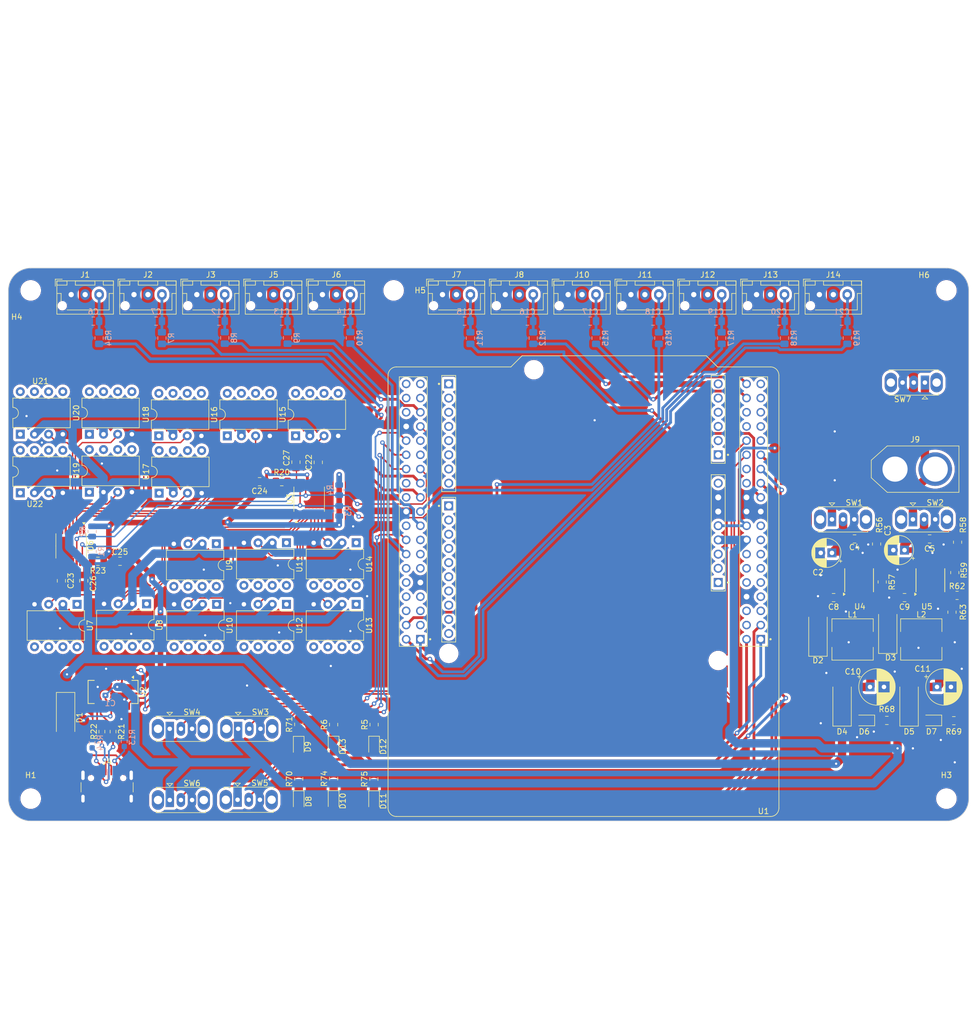
<source format=kicad_pcb>
(kicad_pcb (version 20240108) (generator "pcbnew") (generator_version "8.0")
  (layers (0 "F.Cu" signal) (31 "B.Cu" signal) (34 "B.Paste" user) (35 "F.Paste" user) (36 "B.SilkS" user "B.Silkscreen") (37 "F.SilkS" user "F.Silkscreen") (38 "B.Mask" user) (39 "F.Mask" user) (44 "Edge.Cuts" user))
  (net 0 "")
  (net 1 "/24V_5V")
  (net 2 "GND")
  (net 3 "+5V")
  (net 4 "/24V_3.3V")
  (net 5 "Net-(U4-BOOT)")
  (net 6 "Net-(D6-K)")
  (net 7 "+3.3V")
  (net 8 "/An1")
  (net 9 "Net-(U6-VDD)")
  (net 10 "Net-(U3-VDD)")
  (net 11 "Net-(D12-K)")
  (net 12 "/LED4")
  (net 13 "/LED5")
  (net 14 "Net-(D2-K)")
  (net 15 "Net-(D3-K)")
  (net 16 "+24V")
  (net 17 "Net-(D13-K)")
  (net 18 "/ADC0_CH0")
  (net 19 "/ADC0_CH1")
  (net 20 "/ADC0_CH2")
  (net 21 "/ADC0_CH3")
  (net 22 "/ADC0_CH4")
  (net 23 "/ADC0_CH5")
  (net 24 "/ADC0_CH6")
  (net 25 "/ADC0_CH7")
  (net 26 "/ADC1_CH0")
  (net 27 "/ADC1_CH1")
  (net 28 "/ADC1_CH2")
  (net 29 "/ADC1_CH3")
  (net 30 "/ADC1_CH4")
  (net 31 "/ADC1_CH5")
  (net 32 "/ADC1_CH6")
  (net 33 "/ADC1_CH7")
  (net 34 "/SDA")
  (net 35 "/SCL")
  (net 36 "Net-(D4-A)")
  (net 37 "Net-(D5-A)")
  (net 38 "Net-(D10-K)")
  (net 39 "/PWM2")
  (net 40 "/PWM3")
  (net 41 "/PWM4")
  (net 42 "/PWM5")
  (net 43 "/PWM6")
  (net 44 "/PWM7")
  (net 45 "/PWM8")
  (net 46 "/PWM9")
  (net 47 "/PWM10")
  (net 48 "/PWM11")
  (net 49 "/PWM12")
  (net 50 "/PWM1")
  (net 56 "Net-(D11-K)")
  (net 62 "Net-(U4-EN)")
  (net 67 "Net-(J4-CC1)")
  (net 68 "Net-(U5-BOOT)")
  (net 69 "Net-(D1-A)")
  (net 70 "/LED0")
  (net 71 "Net-(D7-K)")
  (net 72 "/LED1")
  (net 73 "Net-(D8-K)")
  (net 74 "/LED2")
  (net 75 "/LED3")
  (net 76 "Net-(D9-K)")
  (net 83 "Net-(J4-CC2)")
  (net 88 "/An2")
  (net 89 "/An3")
  (net 90 "/An4")
  (net 91 "/An5")
  (net 92 "/An6")
  (net 93 "/An7")
  (net 94 "/An8")
  (net 95 "/An9")
  (net 96 "/USB_DP1")
  (net 97 "/USB_DM1")
  (net 98 "/An10")
  (net 99 "/An11")
  (net 100 "/An12")
  (net 101 "/UART4RX")
  (net 102 "/UART4TX")
  (net 103 "/24V_P")
  (net 104 "Net-(U3-REFin{slash}REFout)")
  (net 105 "Net-(U6-REFin{slash}REFout)")
  (net 112 "Net-(U5-EN)")
  (net 115 "Net-(U5-FB)")
  (net 116 "/SW0")
  (net 117 "/SW1")
  (net 144 "/SW2")
  (net 153 "/SW3")
  (net 168 "Net-(U2-USBDM)")
  (net 169 "Net-(U2-USBDP)")
  (footprint "Capacitor_SMD:C_0805_2012Metric_Pad1.18x1.45mm_HandSolder" (layer "F.Cu") (at 109.5 102.7875 90)
    (property "Reference" "C22")
    (property "Value" "0.1 uF")
  )
  (footprint "Connector_JST:JST_XH_B3B-XH-AM_1x03_P2.50mm_Vertical" (layer "F.Cu") (at 87.75 72.75)
    (property "Reference" "J3")
    (property "Value" "Conn_01x03")
  )
  (footprint "Package_DIP:DIP-8_W7.62mm" (layer "F.Cu") (at 80.95 98.05 90)
    (property "Reference" "U18")
    (property "Value" "~")
  )
  (footprint "Package_DIP:DIP-8_W7.62mm" (layer "F.Cu") (at 116.3 128.2 -90)
    (property "Reference" "U13")
    (property "Value" "~")
  )
  (footprint "Resistor_SMD:R_0805_2012Metric" (layer "F.Cu") (at 224 117.0875 -90)
    (property "Reference" "R58")
    (property "Value" "6.2k")
  )
  (footprint "Package_SO:TI_SO-PowerPAD-8" (layer "F.Cu") (at 206.365 123.8975 90)
    (property "Reference" "U4")
    (property "Value" "LM22676MR-5")
  )
  (footprint "Resistor_SMD:R_0805_2012Metric" (layer "F.Cu") (at 223 129.6175 90)
    (property "Reference" "R63")
    (property "Value" "1.54k")
  )
  (footprint "Button_Switch_THT:SW_Slide_SPDT_Straight_CK_OS102011MS2Q" (layer "F.Cu") (at 82.9 150.5)
    (property "Reference" "SW4")
    (property "Value" "Toggle_Switch1")
  )
  (footprint "Diode_SMD:D_SMA_Handsoldering" (layer "F.Cu") (at 64.25 148.5 -90)
    (property "Reference" "D1")
    (property "Value" "D")
  )
  (footprint "LED_SMD:LED_0805_2012Metric_Pad1.15x1.40mm_HandSolder" (layer "F.Cu") (at 119.5 153.6875 -90)
    (property "Reference" "D12")
    (property "Value" "LED")
  )
  (footprint "LED_SMD:LED_0805_2012Metric_Pad1.15x1.40mm_HandSolder" (layer "F.Cu") (at 219.292621 149 180)
    (property "Reference" "D7")
    (property "Value" "LED")
  )
  (footprint "Capacitor_SMD:C_0805_2012Metric_Pad1.18x1.45mm_HandSolder" (layer "F.Cu") (at 223.330121 149.04)
    (property "Reference" "R69")
    (property "Value" "290")
  )
  (footprint "Package_DIP:DIP-8_W7.62mm" (layer "F.Cu") (at 116.3 117.2 -90)
    (property "Reference" "U14")
    (property "Value" "~")
  )
  (footprint "Button_Switch_THT:SW_Slide_SPDT_Straight_CK_OS102011MS2Q" (layer "F.Cu") (at 216 113)
    (property "Reference" "SW2")
    (property "Value" "3.3V Enable")
  )
  (footprint "Package_DIP:DIP-8_W7.62mm" (layer "F.Cu") (at 91.3 128.2 -90)
    (property "Reference" "U10")
    (property "Value" "~")
  )
  (footprint "Button_Switch_THT:SW_Slide_SPDT_Straight_CK_OS102011MS2Q" (layer "F.Cu") (at 218.15 88.5 180)
    (property "Reference" "SW7")
    (property "Value" "PumpEnable")
  )
  (footprint "Capacitor_THT:CP_Radial_D6.3mm_P2.50mm" (layer "F.Cu") (at 220.317621 143)
    (property "Reference" "C11")
    (property "Value" "120uF")
  )
  (footprint "Package_SO:TSSOP-16_4.4x5mm_P0.65mm" (layer "F.Cu") (at 107.875 109.3875 90)
    (property "Reference" "U3")
    (property "Value" "ADS7830")
  )
  (footprint "Capacitor_THT:CP_Radial_D5.0mm_P2.00mm" (layer "F.Cu") (at 214.5 118.5 180)
    (property "Reference" "C3")
    (property "Value" "22uF")
  )
  (footprint "Capacitor_SMD:C_0805_2012Metric_Pad1.18x1.45mm_HandSolder" (layer "F.Cu") (at 63.5 124 -90)
    (property "Reference" "C23")
    (property "Value" "0.1 uF")
  )
  (footprint "Package_SO:TI_SO-PowerPAD-8" (layer "F.Cu") (at 219.135 123.8975 90)
    (property "Reference" "U5")
    (property "Value" "LM22676MR-ADJ")
  )
  (footprint "Capacitor_SMD:C_0805_2012Metric_Pad1.18x1.45mm_HandSolder" (layer "F.Cu") (at 211.330121 149)
    (property "Reference" "R68")
    (property "Value" "290")
  )
  (footprint "Capacitor_SMD:C_0805_2012Metric_Pad1.18x1.45mm_HandSolder" (layer "F.Cu") (at 112.25 149.75 90)
    (property "Reference" "R6")
    (property "Value" "290")
  )
  (footprint "Diode_SMD:D_SMA_Handsoldering" (layer "F.Cu") (at 203.317621 145.5 90)
    (property "Reference" "D4")
    (property "Value" "D")
  )
  (footprint "Connector_JST:JST_XH_B3B-XH-AM_1x03_P2.50mm_Vertical" (layer "F.Cu") (at 76.5 72.75)
    (property "Reference" "J2")
    (property "Value" "Conn_01x03")
  )
  (footprint "Button_Switch_THT:SW_Slide_SPDT_Straight_CK_OS102011MS2Q" (layer "F.Cu") (at 95.15 150.5)
    (property "Reference" "SW3")
    (property "Value" "Toggle_Switch0")
  )
  (footprint "Package_DIP:DIP-8_W7.62mm" (layer "F.Cu") (at 78.75 128.13 -90)
    (property "Reference" "U8")
    (property "Value" "~")
  )
  (footprint "MountingHole:MountingHole_3.2mm_M3" (layer "F.Cu") (at 123 72)
    (property "Reference" "H5")
    (property "Value" "MountingHole")
  )
  (footprint "STM32:MODULE_NUCLEO-F446RE" (layer "F.Cu") (at 157 124.95 180)
    (property "Reference" "U1")
    (property "Value" "NUCLEO-F446RE")
  )
  (footprint "Package_DIP:DIP-8_W7.62mm" (layer "F.Cu") (at 105.45 98.05 90)
    (property "Reference" "U15")
    (property "Value" "~")
  )
  (footprint "Resistor_SMD:R_0805_2012Metric" (layer "F.Cu") (at 209.5 117.4125 -90)
    (property "Reference" "R56")
    (property "Value" "6.2k")
  )
  (footprint "Resistor_SMD:R_0805_2012Metric" (layer "F.Cu") (at 223.9125 126.6175)
    (property "Reference" "R62")
    (property "Value" "976")
  )
  (footprint "Capacitor_THT:CP_Radial_D6.3mm_P2.50mm" (layer "F.Cu") (at 208.317621 143)
    (property "Reference" "C10")
    (property "Value" "120uF")
  )
  (footprint "Package_DIP:DIP-8_W7.62mm" (layer "F.Cu") (at 68.5 97.75 90)
    (property "Reference" "U20")
    (property "Value" "~")
  )
  (footprint "Diode_SMD:D_SMA_Handsoldering" (layer "F.Cu") (at 215.317621 145.5 90)
    (property "Reference" "D5")
    (property "Value" "D")
  )
  (footprint "Resistor_SMD:R_0805_2012Metric" (layer "F.Cu") (at 210.5 124.205 -90)
    (property "Reference" "R57")
    (property "Value" "1k")
  )
  (footprint "LED_SMD:LED_0805_2012Metric_Pad1.15x1.40mm_HandSolder" (layer "F.Cu") (at 106 153.7125 -90)
    (property "Reference" "D9")
    (property "Value" "LED")
  )
  (footprint "Package_DIP:DIP-8_W7.62mm" (layer "F.Cu") (at 56.13 97.75 90)
    (property "Reference" "U21")
    (property "Value" "~")
  )
  (footprint "Capacitor_SMD:C_0805_2012Metric_Pad1.18x1.45mm_HandSolder" (layer "F.Cu") (at 112.25 159.425 90)
    (property "Reference" "R74")
    (property "Value" "290")
  )
  (footprint "Connector_AMASS:AMASS_XT60-M_1x02_P7.20mm_Vertical" (layer "F.Cu") (at 212.8 104)
    (property "Reference" "J9")
    (property "Value" "Power In")
  )
  (footprint "Capacitor_SMD:C_0805_2012Metric_Pad1.18x1.45mm_HandSolder" (layer "F.Cu") (at 105.5 102.75 90)
    (property "Reference" "C27")
    (property "Value" "1uF")
  )
  (footprint "Connector_JST:JST_XH_B3B-XH-AM_1x03_P2.50mm_Vertical" (layer "F.Cu") (at 65.25 72.75)
    (property "Reference" "J1")
    (property "Value" "Conn_01x03")
  )
  (footprint "Connector_JST:JST_XH_B3B-XH-AM_1x03_P2.50mm_Vertical" (layer "F.Cu") (at 176.75 72.75)
    (property "Reference" "J12")
    (property "Value" "Conn_01x03")
  )
  (footprint "LED_SMD:LED_0805_2012Metric_Pad1.15x1.40mm_HandSolder" (layer "F.Cu") (at 119.5 163.4625 -90)
    (property "Reference" "D11")
    (property "Value" "LED")
  )
  (footprint "Capacitor_SMD:C_0805_2012Metric_Pad1.18x1.45mm_HandSolder" (layer "F.Cu") (at 106 159.4625 90)
    (property "Reference" "R70")
    (property "Value" "290")
  )
  (footprint "MountingHole:MountingHole_3.2mm_M3" (layer "F.Cu") (at 58 163)
    (property "Reference" "H1")
    (property "Value" "MountingHole")
  )
  (footprint "Connector_JST:JST_XH_B3B-XH-AM_1x03_P2.50mm_Vertical" (layer "F.Cu") (at 131.75 72.75)
    (property "Reference" "J7")
    (property "Value" "Conn_01x03")
  )
  (footprint "Package_SO:SSOP-20_3.9x8.7mm_P0.635mm" (layer "F.Cu") (at 72.75 143.9 -90)
    (property "Reference" "U2")
    (property "Value" "FT231XS")
  )
  (footprint "Inductor_SMD:L_7.3x7.3_H3.5" (layer "F.Cu") (at 205.2 134.5)
    (property "Reference" "L1")
    (property "Value" "8.2uH")
  )
  (footprint "Capacitor_SMD:C_0805_2012Metric" (layer "F.Cu") (at 219 116.5)
    (property "Reference" "C5")
    (property "Value" "6.8uF")
  )
  (footprint "Connector_JST:JST_XH_B3B-XH-AM_1x03_P2.50mm_Vertical" (layer "F.Cu") (at 188 72.75)
    (property "Reference" "J13")
    (property "Value" "Conn_01x03")
  )
  (footprint "Package_DIP:DIP-8_W7.62mm" (layer "F.Cu") (at 56.13 108.25 90)
    (property "Reference" "U22")
    (property "Value" "~")
  )
  (footprint "MountingHole:MountingHole_3.2mm_M3" (layer "F.Cu") (at 58 72)
    (property "Reference" "H4")
    (property "Value" "MountingHole")
  )
  (footprint "Capacitor_SMD:C_0805_2012Metric" (layer "F.Cu") (at 214.5 127 180)
    (property "Reference" "C9")
    (property "Value" "10nF")
  )
  (footprint "Capacitor_SMD:C_0805_2012Metric_Pad1.18x1.45mm_HandSolder" (layer "F.Cu") (at 102.9625 106.25)
    (property "Reference" "R20")
    (property "Value" "5R")
  )
  (footprint "Diode_SMD:D_SMA_Handsoldering" (layer "F.Cu") (at 199 133 90)
    (property "Reference" "D2")
    (property "Value" "D")
  )
  (footprint "Resistor_SMD:R_0603_1608Metric_Pad0.98x0.95mm_HandSolder" (layer "F.Cu") (at 70.75 151 90)
    (property "Reference" "R22")
    (property "Value" "27")
  )
  (footprint "Package_DIP:DIP-8_W7.62mm" (layer "F.Cu") (at 93.2 98.05 90)
    (property "Reference" "U16")
    (property "Value" "~")
  )
  (footprint "MountingHole:MountingHole_3.2mm_M3" (layer "F.Cu") (at 222 72)
    (property "Reference" "H6")
    (property "Value" "MountingHole")
  )
  (footprint "Capacitor_SMD:C_0805_2012Metric_Pad1.18x1.45mm_HandSolder" (layer "F.Cu") (at 119.5 149.75 90)
    (property "Reference" "R5")
    (property "Value" "290")
  )
  (footprint "Capacitor_SMD:C_0805_2012Metric_Pad1.18x1.45mm_HandSolder" (layer "F.Cu") (at 67.5 124 -90)
    (property "Reference" "C26")
    (property "Value" "1uF")
  )
  (footprint "Capacitor_SMD:C_0805_2012Metric_Pad1.18x1.45mm_HandSolder" (layer "F.Cu") (at 70.0375 120.5 180)
    (property "Reference" "R23")
    (property "Value" "5R")
  )
  (footprint "Connector_JST:JST_XH_B3B-XH-AM_1x03_P2.50mm_Vertical" (layer "F.Cu") (at 143 72.75)
    (property "Reference" "J8")
    (property "Value" "Conn_01x03")
  )
  (footprint "Button_Switch_THT:SW_Slide_SPDT_Straight_CK_OS102011MS2Q" (layer "F.Cu") (at 82.9 163.25)
    (property "Reference" "SW6")
    (property "Value" "Toggle_Switch3")
  )
  (footprint "Package_DIP:DIP-8_W7.62mm" (layer "F.Cu") (at 103.8 128.2 -90)
    (property "Reference" "U12")
    (property "Value" "~")
  )
  (footprint "Capacitor_SMD:C_0805_2012Metric_Pad1.18x1.45mm_HandSolder" (layer "F.Cu") (at 119.46 159.5 90)
    (property "Reference" "R75")
    (property "Value" "290")
  )
  (footprint "Connector_USB:USB_C_Receptacle_GCT_USB4105-xx-A_16P_TopMnt_Horizontal" (layer "F.Cu") (at 71.68 161.925)
    (property "Reference" "J4")
    (property "Value" "USB_C_Receptacle_USB2.0_16P")
  )
  (footprint "Capacitor_SMD:C_0805_2012Metric_Pad1.18x1.45mm_HandSolder" (layer "F.Cu") (at 74 120.5)
    (property "Reference" "C25")
    (property "Value" "1uF")
  )
  (footprint "Diode_SMD:D_SMA_Handsoldering" (layer "F.Cu") (at 211.5 132.5 90)
    (property "Reference" "D3")
    (property "Value" "D")
  )
  (footprint "Capacitor_THT:CP_Radial_D5.0mm_P2.00mm" (layer "F.Cu") (at 201.5 119 180)
    (property "Reference" "C2")
    (property "Value" "22uF")
  )
  (footprint "Connector_JST:JST_XH_B3B-XH-AM_1x03_P2.50mm_Vertical" (layer "F.Cu") (at 110.25 72.75)
    (property "Reference" "J6")
    (property "Value" "Conn_01x03")
  )
  (footprint "Package_SO:TSSOP-16_4.4x5mm_P0.65mm" (layer "F.Cu") (at 65.25 117.75 -90)
    (property "Reference" "U6")
    (property "Value" "ADS7830")
  )
  (footprint "Capacitor_SMD:C_0805_2012Metric" (layer "F.Cu") (at 201.8 127 180)
    (property "Reference" "C8")
    (property "Value" "10nF")
  )
  (footprint "LED_SMD:LED_0805_2012Metric_Pad1.15x1.40mm_HandSolder" (layer "F.Cu") (at 207.292621 149 180)
    (property "Reference" "D6")
    (property "Value" "LED")
  )
  (footprint "Connector_JST:JST_XH_B3B-XH-AM_1x03_P2.50mm_Vertical" (layer "F.Cu") (at 165.5 72.75)
    (property "Reference" "J11")
    (property "Value" "Conn_01x03")
  )
  (footprint "Button_Switch_THT:SW_Slide_SPDT_Straight_CK_OS102011MS2Q" (layer "F.Cu") (at 95.05 163.2025)
    (property "Reference" "SW5")
    (property "Value" "Toggle_Switch2")
  )
  (footprint "LED_SMD:LED_0805_2012Metric_Pad1.15x1.40mm_HandSolder" (layer "F.Cu") (at 112.25 163.425 -90)
    (property "Reference" "D10")
    (property "Value" "LED")
  )
  (footprint "Inductor_SMD:L_7.3x7.3_H3.5" (layer "F.Cu") (at 217.5 134.5)
    (property "Reference" "L2")
    (property "Value" "8.2uH")
  )
  (footprint "LED_SMD:LED_0805_2012Metric_Pad1.15x1.40mm_HandSolder" (layer "F.Cu") (at 106 163.4625 -90)
    (property "Reference" "D8")
    (property "Value" "LED")
  )
  (footprint "MountingHole:MountingHole_3.2mm_M3" (layer "F.Cu") (at 222 163)
    (property "Reference" "H3")
    (property "Value" "MountingHole")
  )
  (footprint "Resistor_SMD:R_0603_1608Metric_Pad0.98x0.95mm_HandSolder" (layer "F.Cu") (at 72.75 151 90)
    (property "Reference" "R21")
    (property "Value" "27")
  )
  (footprint "LED_SMD:LED_0805_2012Metric_Pad1.15x1.40mm_HandSolder" (layer "F.Cu") (at 112.25 153.6875 -90)
    (property "Reference" "D13")
    (property "Value" "LED")
  )
  (footprint "Package_DIP:DIP-8_W7.62mm" (layer "F.Cu") (at 103.8 117.2 -90)
    (property "Reference" "U11")
    (property "Value" "~")
  )
  (footprint "Connector_JST:JST_XH_B3B-XH-AM_1x03_P2.50mm_Vertical" (layer "F.Cu") (at 99 72.75)
    (property "Reference" "J5")
    (property "Value" "Conn_01x03")
  )
  (footprint "Package_DIP:DIP-8_W7.62mm" (layer "F.Cu") (at 81 108.3 90)
    (property "Reference" "U17")
    (property "Value" "~")
  )
  (footprint "Package_DIP:DIP-8_W7.62mm" (layer "F.Cu") (at 68.5 108.12 90)
    (property "Reference" "U19")
    (property "Value" "~")
  )
  (footprint "Button_Switch_THT:SW_Slide_SPDT_Straight_CK_OS102011MS2Q" (layer "F.Cu") (at 201.5 113)
    (property "Reference" "SW1")
    (property "Value" "5V Enable")
  )
  (footprint "Capacitor_SMD:C_0805_2012Metric" (layer "F.Cu") (at 205.55 116.5)
    (property "Reference" "C4")
    (property "Value" "6.8uF")
  )
  (footprint "Connector_JST:JST_XH_B3B-XH-AM_1x03_P2.50mm_Vertical" (layer "F.Cu") (at 154.25 72.75)
    (property "Reference" "J10")
    (property "Value" "Conn_01x03")
  )
  (footprint "Resistor_SMD:R_0805_2012Metric" (layer "F.Cu") (at 223.5 122.53 -90)
    (property "Reference" "R59")
    (property "Value" "1k")
  )
  (footprint "Package_DIP:DIP-8_W7.62mm" (layer "F.Cu") (at 91.25 117.38 -90)
    (property "Reference" "U9")
    (property "Value" "~")
  )
  (footprint "Capacitor_SMD:C_0805_2012Metric_Pad1.18x1.45mm_HandSolder" (layer "F.Cu") (at 99 106.25 180)
    (property "Reference" "C24")
    (property "Value" "1uF")
  )
  (footprint "Package_DIP:DIP-8_W7.62mm" (layer "F.Cu") (at 66.3 128.2 -90)
    (property "Reference" "U7")
    (property "Value" "~")
  )
  (footprint "Connector_JST:JST_XH_B3B-XH-AM_1x03_P2.50mm_Vertical" (layer "F.Cu") (at 199.25 72.75)
    (property "Reference" "J14")
    (property "Value" "Conn_01x03")
  )
  (footprint "Capacitor_SMD:C_0805_2012Metric_Pad1.18x1.45mm_HandSolder" (layer "F.Cu") (at 106 149.7125 90)
    (property "Reference" "R71")
    (property "Value" "290")
  )
  (footprint "Capacitor_SMD:C_0805_2012Metric_Pad1.18x1.45mm_HandSolder" (layer "B.Cu") (at 136.75 80.5375 90)
    (property "Reference" "R11")
    (property "Value" "4K")
  )
  (footprint "Capacitor_SMD:C_0805_2012Metric_Pad1.18x1.45mm_HandSolder" (layer "B.Cu") (at 69.2125 77.5 180)
    (property "Reference" "C6")
    (property "Value" "0.01 uF")
  )
  (footprint "Capacitor_SMD:C_0805_2012Metric_Pad1.18x1.45mm_HandSolder" (layer "B.Cu") (at 115.25 80.5 90)
    (property "Reference" "R10")
    (property "Value" "4K")
  )
  (footprint "Capacitor_SMD:C_0805_2012Metric_Pad1.18x1.45mm_HandSolder" (layer "B.Cu") (at 204.25 80.5375 90)
    (property "Reference" "R19")
    (property "Value" "4K")
  )
  (footprint "Capacitor_SMD:C_0805_2012Metric_Pad1.18x1.45mm_HandSolder" (layer "B.Cu") (at 114.2125 77.5 180)
    (property "Reference" "C14")
    (property "Value" "0.01 uF")
  )
  (footprint "Capacitor_SMD:C_0805_2012Metric_Pad1.18x1.45mm_HandSolder" (layer "B.Cu") (at 180.7125 77.5 180)
    (property "Reference" "C19")
    (property "Value" "0.01 uF")
  )
  (footprint "Resistor_SMD:R_0603_1608Metric_Pad0.98x0.95mm_HandSolder" (layer "B.Cu") (at 74.75 152.75 90)
    (property "Reference" "R13")
    (property "Value" "5.1k")
  )
  (footprint "Resistor_SMD:R_0805_2012Metric" (layer "B.Cu") (at 69 115.1625 -90)
    (property "Reference" "R2")
    (property "Value" "2k")
  )
  (footprint "Capacitor_SMD:C_0805_2012Metric_Pad1.18x1.45mm_HandSolder" (layer "B.Cu") (at 148 80.5375 90)
    (property "Reference" "R12")
    (property "Value" "4K")
  )
  (footprint "Capacitor_SMD:C_0805_2012Metric_Pad1.18x1.45mm_HandSolder" (layer "B.Cu") (at 91.7125 77.5 180)
    (property "Reference" "C12")
    (property "Value" "0.01 uF")
  )
  (footprint "Capacitor_SMD:C_0805_2012Metric_Pad1.18x1.45mm_HandSolder" (layer "B.Cu") (at 146.9625 77.5 180)
    (property "Reference" "C16")
    (property "Value" "0.01 uF")
  )
  (footprint "Capacitor_SMD:C_0603_1608Metric_Pad1.08x0.95mm_HandSolder" (layer "B.Cu") (at 72.25 144.5)
    (property "Reference" "C1")
    (property "Value" "0.1u")
  )
  (footprint "Resistor_SMD:R_0805_2012Metric" (layer "B.Cu") (at 113.25 111.5 90)
    (property "Reference" "R3")
    (property "Value" "2k")
  )
  (footprint "Capacitor_SMD:C_0805_2012Metric_Pad1.18x1.45mm_HandSolder" (layer "B.Cu") (at 102.9625 77.5 180)
    (property "Reference" "C13")
    (property "Value" "0.01 uF")
  )
  (footprint "Capacitor_SMD:C_0805_2012Metric_Pad1.18x1.45mm_HandSolder" (layer "B.Cu") (at 169.4625 77.5 180)
    (property "Reference" "C18")
    (property "Value" "0.01 uF")
  )
  (footprint "Capacitor_SMD:C_0805_2012Metric_Pad1.18x1.45mm_HandSolder" (layer "B.Cu") (at 159.25 80.5375 90)
    (property "Reference" "R15")
    (property "Value" "4K")
  )
  (footprint "Resistor_SMD:R_0805_2012Metric" (layer "B.Cu") (at 113.25 107.75 -90)
    (property "Reference" "R4")
    (property "Value" "2k")
  )
  (footprint "Capacitor_SMD:C_0805_2012Metric_Pad1.18x1.45mm_HandSolder" (layer "B.Cu") (at 135.7125 77.5 180)
    (property "Reference" "C15")
    (property "Value" "0.01 uF")
  )
  (footprint "Resistor_SMD:R_0805_2012Metric" (layer "B.Cu") (at 69 118.75 90)
    (property "Reference" "R1")
    (property "Value" "2k")
  )
  (footprint "Capacitor_SMD:C_0805_2012Metric_Pad1.18x1.45mm_HandSolder" (layer "B.Cu") (at 193 80.5375 90)
    (property "Reference" "R18")
    (property "Value" "4K")
  )
  (footprint "Capacitor_SMD:C_0805_2012Metric_Pad1.18x1.45mm_HandSolder" (layer "B.Cu") (at 92.75 80.5 90)
    (property "Reference" "R8")
    (property "Value" "4K")
  )
  (footprint "Capacitor_SMD:C_0805_2012Metric_Pad1.18x1.45mm_HandSolder" (layer "B.Cu") (at 203.25 77.5 180)
    (property "Reference" "C21")
    (property "Value" "0.01 uF")
  )
  (footprint "Capacitor_SMD:C_0805_2012Metric_Pad1.18x1.45mm_HandSolder" (layer "B.Cu") (at 181.75 80.5375 90)
    (property "Reference" "R17")
    (property "Value" "4K")
  )
  (footprint "Capacitor_SMD:C_0805_2012Metric_Pad1.18x1.45mm_HandSolder" (layer "B.Cu") (at 192 77.5 180)
    (property "Reference" "C20")
    (property "Value" "0.01 uF")
  )
  (footprint "Capacitor_SMD:C_0805_2012Metric_Pad1.18x1.45mm_HandSolder" (layer "B.Cu") (at 81.5 80.5375 90)
    (property "Reference" "R7")
    (property "Value" "4K")
  )
  (footprint "Capacitor_SMD:C_0805_2012Metric_Pad1.18x1.45mm_HandSolder" (layer "B.Cu") (at 158.2125 77.5 180)
    (property "Reference" "C17")
    (property "Value" "0.01 uF")
  )
  (footprint "Capacitor_SMD:C_0805_2012Metric_Pad1.18x1.45mm_HandSolder" (layer "B.Cu") (at 104 80.5 90)
    (property "Reference" "R9")
    (property "Value" "4K")
  )
  (footprint "Capacitor_SMD:C_0805_2012Metric_Pad1.18x1.45mm_HandSolder" (layer "B.Cu") (at 170.5 80.5375 90)
    (property "Reference" "R16")
    (property "Value" "4K")
  )
  (footprint "Resistor_SMD:R_0603_1608Metric_Pad0.98x0.95mm_HandSolder" (layer "B.Cu") (at 69 153 90)
    (property "Reference" "R14")
    (property "Value" "5.1k")
  )
  (footprint "Capacitor_SMD:C_0805_2012Metric_Pad1.18x1.45mm_HandSolder" (layer "B.Cu") (at 80.4625 77.5 180)
    (property "Reference" "C7")
    (property "Value" "0.01 uF")
  )
  (footprint "Capacitor_SMD:C_0805_2012Metric_Pad1.18x1.45mm_HandSolder" (layer "B.Cu") (at 70.25 80.5375 90)
    (property "Reference" "R54")
    (property "Value" "4K")
  )
  (gr_arc (start 54 72) (mid 55.171573 69.171573) (end 58 68) (stroke (width 0.1)) (layer "Edge.Cuts"))
  (gr_line (start 54 72) (end 54 163) (stroke (width 0.1)) (layer "Edge.Cuts"))
  (gr_arc (start 58 167) (mid 55.171573 165.828427) (end 54 163) (stroke (width 0.1)) (layer "Edge.Cuts"))
  (gr_arc (start 226 163) (mid 224.828427 165.828427) (end 222 167) (stroke (width 0.1)) (layer "Edge.Cuts"))
  (gr_arc (start 222 68) (mid 224.828427 69.171573) (end 226 72) (stroke (width 0.1)) (layer "Edge.Cuts"))
  (gr_line (start 226 72) (end 226 163) (stroke (width 0.1)) (layer "Edge.Cuts"))
  (gr_line (start 222 167) (end 58 167) (stroke (width 0.1)) (layer "Edge.Cuts"))
  (gr_line (start 58 68) (end 222 68) (stroke (width 0.1)) (layer "Edge.Cuts"))
  (segment (start 203.575 115.325) (end 203.5 115.4) (width 0.5) (layer "F.Cu") (net 1))
  (segment (start 208.325 115.325) (end 203.575 115.325) (width 0.5) (layer "F.Cu") (net 1))
  (segment (start 209.5 116.5) (end 208.325 115.325) (width 0.5) (layer "F.Cu") (net 1))
  (segment (start 203.5 113) (end 203.5 115.4) (width 1.5) (layer "F.Cu") (net 1))
  (segment (start 203.5 115.4) (end 204.6 116.5) (width 1.5) (layer "F.Cu") (net 1))
  (segment (start 204 116.5) (end 201.5 119) (width 1.5) (layer "F.Cu") (net 1))
  (segment (start 204.6 116.5) (end 204 116.5) (width 1.5) (layer "F.Cu") (net 1))
  (segment (start 205.73 121.1175) (end 205.73 119.7275) (width 1) (layer "F.Cu") (net 1))
  (segment (start 205.0025 119) (end 201.5 119) (width 1) (layer "F.Cu") (net 1))
  (segment (start 205.73 119.7275) (end 205.0025 119) (width 1) (layer "F.Cu") (net 1))
  (segment (start 207 121.1175) (end 207 119) (width 1) (layer "F.Cu") (net 2))
  (segment (start 73.0675 147.5675) (end 74.25 148.75) (width 0.3) (layer "F.Cu") (net 2))
  (segment (start 71.7825 139.75) (end 71.5 139.75) (width 0.3) (layer "F.Cu") (net 2))
  (segment (start 72.4325 140.4) (end 71.7825 139.75) (width 0.3) (layer "F.Cu") (net 2))
  (segment (start 219.77 119.27) (end 219.5 119) (width 1) (layer "F.Cu") (net 2))
  (segment (start 219.77 121.1175) (end 219.77 119.27) (width 1) (layer "F.Cu") (net 2))
  (segment (start 73.0675 146.5) (end 73.0675 147.5675) (width 0.3) (layer "F.Cu") (net 2))
  (segment (start 72.4325 141.3) (end 72.4325 140.4) (width 0.3) (layer "F.Cu") (net 2))
  (via (at 70.75 103) (size 0.8) (drill 0.4) (layers "F.Cu" "B.Cu") (net 2))
  (via (at 200.5 140.5) (size 0.8) (drill 0.4) (layers "F.Cu" "B.Cu") (net 2))
  (via (at 224.75 139.75) (size 0.8) (drill 0.4) (layers "F.Cu" "B.Cu") (net 2))
  (via (at 221.5 117.5) (size 0.8) (drill 0.4) (layers "F.Cu" "B.Cu") (net 2))
  (via (at 62.75 104.25) (size 0.8) (drill 0.4) (layers "F.Cu" "B.Cu") (net 2))
  (via (at 71.5 139.75) (size 0.8) (drill 0.4) (layers "F.Cu" "B.Cu") (net 2))
  (via (at 199.5 123) (size 0.8) (drill 0.4) (layers "F.Cu" "B.Cu") (net 2))
  (via (at 206 152) (size 0.8) (drill 0.4) (layers "F.Cu" "B.Cu") (net 2))
  (via (at 199 126.75) (size 0.8) (drill 0.4) (layers "F.Cu" "B.Cu") (net 2))
  (via (at 202 106) (size 0.8) (drill 0.4) (layers "F.Cu" "B.Cu") (net 2))
  (via (at 209 151) (size 0.8) (drill 0.4) (layers "F.Cu" "B.Cu") (net 2))
  (via (at 118.25 126.75) (size 0.8) (drill 0.4) (layers "F.Cu" "B.Cu") (net 2))
  (via (at 204.5 135) (size 0.8) (drill 0.4) (layers "F.Cu" "B.Cu") (net 2))
  (via (at 111.75 139.25) (size 0.8) (drill 0.4) (layers "F.Cu" "B.Cu") (net 2))
  (via (at 93.75 128) (size 0.8) (drill 0.4) (layers "F.Cu" "B.Cu") (net 2))
  (via (at 206 118) (size 0.8) (drill 0.4) (layers "F.Cu" "B.Cu") (net 2))
  (via (at 74.75 145.25) (size 0.8) (drill 0.4) (layers "F.Cu" "B.Cu") (net 2))
  (via (at 207 119) (size 0.8) (drill 0.4) (layers "F.Cu" "B.Cu") (net 2))
  (via (at 63.25 132.5) (size 0.8) (drill 0.4) (layers "F.Cu" "B.Cu") (net 2))
  (via (at 211.75 127) (size 0.8) (drill 0.4) (layers "F.Cu" "B.Cu") (net 2))
  (via (at 159 95.25) (size 0.8) (drill 0.4) (layers "F.Cu" "B.Cu") (net 2))
  (via (at 212.75 140.25) (size 0.8) (drill 0.4) (layers "F.Cu" "B.Cu") (net 2))
  (via (at 216 154) (size 0.8) (drill 0.4) (layers "F.Cu" "B.Cu") (net 2))
  (via (at 223.5 135) (size 0.8) (drill 0.4) (layers "F.Cu" "B.Cu") (net 2))
  (via (at 219 118) (size 0.8) (drill 0.4) (layers "F.Cu" "B.Cu") (net 2))
  (via (at 199.5 149.5) (size 0.8) (drill 0.4) (layers "F.Cu" "B.Cu") (net 2))
  (via (at 89.25 133.75) (size 0.8) (drill 0.4) (layers "F.Cu" "B.Cu") (net 2))
  (via (at 102.25 121.25) (size 0.8) (drill 0.4) (layers "F.Cu" "B.Cu") (net 2))
  (via (at 202 97.25) (size 0.8) (drill 0.4) (layers "F.Cu" "B.Cu") (net 2))
  (via (at 74.25 148.75) (size 0.8) (drill 0.4) (layers "F.Cu" "B.Cu") (net 2))
  (via (at 217 136) (size 0.8) (drill 0.4) (layers "F.Cu" "B.Cu") (net 2))
  (via (at 220.5 129) (size 0.8) (drill 0.4) (layers "F.Cu" "B.Cu") (net 2))
  (via (at 70 143) (size 0.8) (drill 0.4) (layers "F.Cu" "B.Cu") (net 2))
  (via (at 115.25 122) (size 0.8) (drill 0.4) (layers "F.Cu" "B.Cu") (net 2))
  (via (at 221 152.5) (size 0.8) (drill 0.4) (layers "F.Cu" "B.Cu") (net 2))
  (via (at 115.75 114.25) (size 0.8) (drill 0.4) (layers "F.Cu" "B.Cu") (net 2))
  (via (at 204 129.5) (size 0.8) (drill 0.4) (layers "F.Cu" "B.Cu") (net 2))
  (via (at 115.25 133) (size 0.8) (drill 0.4) (layers "F.Cu" "B.Cu") (net 2))
  (via (at 208 117.5) (size 0.8) (drill 0.4) (layers "F.Cu" "B.Cu") (net 2))
  (via (at 76 133.5) (size 0.8) (drill 0.4) (layers "F.Cu" "B.Cu") (net 2))
  (via (at 223.5 156.5) (size 0.8) (drill 0.4) (layers "F.Cu" "B.Cu") (net 2))
  (via (at 213.25 122) (size 0.8) (drill 0.4) (layers "F.Cu" "B.Cu") (net 2))
  (via (at 57.25 94.5) (size 0.8) (drill 0.4) (layers "F.Cu" "B.Cu") (net 2))
  (via (at 60 99.25) (size 0.8) (drill 0.4) (layers "F.Cu" "B.Cu") (net 2))
  (via (at 219.5 119) (size 0.8) (drill 0.4) (layers "F.Cu" "B.Cu") (net 2))
  (via (at 89 122) (size 0.8) (drill 0.4) (layers "F.Cu" "B.Cu") (net 2))
  (via (at 102.5 133.25) (size 0.8) (drill 0.4) (layers "F.Cu" "B.Cu") (net 2))
  (via (at 96.75 142.75) (size 0.8) (drill 0.4) (layers "F.Cu" "B.Cu") (net 2))
  (segment (start 64.25 146) (end 64.25 141) (width 2) (layer "F.Cu") (net 3))
  (segment (start 72.4325 148.0675) (end 72.25 148.25) (width 0.3) (layer "F.Cu") (net 3))
  (segment (start 72.4325 146.5) (end 72.4325 148.0675) (width 0.3) (layer "F.Cu") (net 3))
  (segment (start 64.25 146) (end 67.25 149) (width 2) (layer "F.Cu") (net 3))
  (segment (start 196.9 104.6) (end 196.9 141.582379) (width 2) (layer "F.Cu") (net 3))
  (segment (start 64.25 141) (end 64.5 140.75) (width 2) (layer "F.Cu") (net 3))
  (segment (start 196.9 104.6) (end 192.55 100.25) (width 2) (layer "F.Cu") (net 3))
  (segment (start 205.267621 148) (end 206.267621 149) (width 1.5) (layer "F.Cu") (net 3))
  (segment (start 202.25 156.75) (end 203.317621 155.682379) (width 1.5) (layer "F.Cu") (net 3))
  (segment (start 67.25 149) (end 67.5 149) (width 2) (layer "F.Cu") (net 3))
  (segment (start 192.55 100.25) (end 191.25 100.25) (width 2) (layer "F.Cu") (net 3))
  (segment (start 196.9 141.582379) (end 203.317621 148) (width 2) (layer "F.Cu") (net 3))
  (segment (start 203.317621 155.682379) (end 203.317621 148) (width 1.5) (layer "F.Cu") (net 3))
  (segment (start 203.317621 148) (end 205.267621 148) (width 1.5) (layer "F.Cu") (net 3))
  (via (at 191.25 100.25) (size 0.8) (drill 0.4) (layers "F.Cu" "B.Cu") (net 3))
  (via (at 72.25 148.25) (size 0.8) (drill 0.4) (layers "F.Cu" "B.Cu") (net 3))
  (via (at 64.5 140.75) (size 0.8) (drill 0.4) (layers "F.Cu" "B.Cu") (net 3))
  (via (at 67.5 149) (size 0.8) (drill 0.4) (layers "F.Cu" "B.Cu") (net 3))
  (via (at 202.25 156.75) (size 0.8) (drill 0.4) (layers "F.Cu" "B.Cu") (net 3))
  (segment (start 60.55 106.37) (end 58.67 108.25) (width 1.5) (layer "B.Cu") (net 3))
  (segment (start 185.70673 100.225) (end 189.25327 100.225) (width 0.5) (layer "B.Cu") (net 3))
  (segment (start 107.99 97.09) (end 107.99 98.05) (width 1.5) (layer "B.Cu") (net 3))
  (segment (start 83.49 97.09) (end 83.49 98.05) (width 1.5) (layer "B.Cu") (net 3))
  (segment (start 80.12 119.13) (end 86.96 119.13) (width 1.5) (layer "B.Cu") (net 3))
  (segment (start 86.04 130.92) (end 98.54 130.92) (width 1.5) (layer "B.Cu") (net 3))
  (segment (start 68.25 148.25) (end 67.5 149) (width 0.3) (layer "B.Cu") (net 3))
  (segment (start 71.04 96.61863) (end 71.04 97.75) (width 1.5) (layer "B.Cu") (net 3))
  (segment (start 101.87863 118.95) (end 112.01 118.95) (width 1.5) (layer "B.Cu") (net 3))
  (segment (start 67.25 138) (end 64.5 140.75) (width 1.5) (layer "B.Cu") (net 3))
  (segment (start 186.21 114.14) (end 181.13 114.14) (width 0.5) (layer "B.Cu") (net 3))
  (segment (start 106.9 96) (end 107.99 97.09) (width 1.5) (layer "B.Cu") (net 3))
  (segment (start 68.25 121.328984) (end 64.9 117.978984) (width 1.5) (layer "B.Cu") (net 3))
  (segment (start 86.04 130.92) (end 88.76 128.2) (width 1.5) (layer "B.Cu") (net 3))
  (segment (start 184.995 100.93673) (end 185.70673 100.225) (width 0.5) (layer "B.Cu") (net 3))
  (segment (start 115.25 156.75) (end 96.5 138) (width 1.5) (layer "B.Cu") (net 3))
  (segment (start 98.54 130.92) (end 101.26 128.2) (width 1.5) (layer "B.Cu") (net 3))
  (segment (start 88.71 117.38) (end 88.71 118.51137) (width 1.5) (layer "B.Cu") (net 3))
  (segment (start 63.76 129.33137) (end 63.76 128.2) (width 1.5) (layer "B.Cu") (net 3))
  (segment (start 82.4 96) (end 83.49 97.09) (width 1.5) (layer "B.Cu") (net 3))
  (segment (start 64.474874 96) (end 60.42 96) (width 1.5) (layer "B.Cu") (net 3))
  (segment (start 111.04 130.92) (end 113.76 128.2) (width 1.5) (layer "B.Cu") (net 3))
  (segment (start 73.09 131.25) (end 76.21 128.13) (width 1.5) (layer "B.Cu") (net 3))
  (segment (start 82.57 106.37) (end 83.54 107.34) (width 1.5) (layer "B.Cu") (net 3))
  (segment (start 99.33 119.13) (end 101.26 117.2) (width 1.5) (layer "B.Cu") (net 3))
  (segment (start 202.25 156.75) (end 115.25 156.75) (width 1.5) (layer "B.Cu") (net 3))
  (segment (start 86.96 119.13) (end 88.71 117.38) (width 1.5) (layer "B.Cu") (net 3))
  (segment (start 94.82137 96) (end 106.9 96) (width 1.5) (layer "B.Cu") (net 3))
  (segment (start 189.25327 100.225) (end 189.27827 100.25) (width 0.5) (layer "B.Cu") (net 3))
  (segment (start 186.21 114.14) (end 184.995 112.925) (width 0.5) (layer "B.Cu") (net 3))
  (segment (start 70.42137 106.37) (end 60.55 106.37) (width 1.5) (layer "B.Cu") (net 3))
  (segment (start 60.42 96) (end 58.67 97.75) (width 1.5) (layer "B.Cu") (net 3))
  (segment (start 64.9 117.978984) (end 64.9 115.6) (width 1.5) (layer "B.Cu") (net 3))
  (segment (start 184.995 112.925) (end 184.995 100.93673) (width 0.5) (layer "B.Cu") (net 3))
  (segment (start 71.04 108.12) (end 71.04 106.98863) (width 1.5) (layer "B.Cu") (net 3))
  (segment (start 76.21 128.13) (end 76.21 123.04) (width 1.5) (layer "B.Cu") (net 3))
  (segment (start 72.79 106.37) (end 82.57 106.37) (width 1.5) (layer "B.Cu") (net 3))
  (segment (start 71.04 108.12) (end 71.04 105.514874) (width 1.5) (layer "B.Cu") (net 3))
  (segment (start 96.5 138) (end 67.25 138) (width 1.5) (layer "B.Cu") (net 3))
  (segment (start 71.04 109.46) (end 71.04 108.12) (width 1.5) (layer "B.Cu") (net 3))
  (segment (start 64.474874 96) (end 70.42137 96) (width 1.5) (layer "B.Cu") (net 3))
  (segment (start 71.04 108.12) (end 72.79 106.37) (width 1.5) (layer "B.Cu") (net 3))
  (segment (start 73.42 130.92) (end 86.04 130.92) (width 1.5) (layer "B.Cu") (net 3))
  (segment (start 68.25 131.25) (end 68.25 121.328984) (width 1.5) (layer "B.Cu") (net 3))
  (segment (start 65.5 97.025126) (end 64.474874 96) (width 1.5) (layer "B.Cu") (net 3))
  (segment (start 189.27827 100.25) (end 191.48 100.25) (width 0.5) (layer "B.Cu") (net 3))
  (segment (start 65.5 99.974874) (end 65.5 97.025126) (width 1.5) (layer "B.Cu") (net 3))
  (segment (start 82.4 96) (end 94.82137 96) (width 1.5) (layer "B.Cu") (net 3))
  (segment (start 68.25 137) (end 68.25 131.25) (width 1.5) (layer "B.Cu") (net 3))
  (segment (start 95.74 96.91863) (end 95.74 98.05) (width 1.5) (layer "B.Cu") (net 3))
  (segment (start 88.71 118.51137) (end 89.32863 119.13) (width 1.5) (layer "B.Cu") (net 3))
  (segment (start 76.21 123.04) (end 80.12 119.13) (width 1.5) (layer "B.Cu") (net 3))
  (segment (start 101.26 117.2) (end 101.26 118.33137) (width 1.5) (layer "B.Cu") (net 3))
  (segment (start 68.25 131.25) (end 65.67863 131.25) (width 1.5) (layer "B.Cu") (net 3))
  (segment (start 68.25 131.25) (end 73.09 131.25) (width 1.5) (layer "B.Cu") (net 3))
  (segment (start 98.54 130.92) (end 111.04 130.92) (width 1.5) (layer "B.Cu") (net 3))
  (segment (start 71.04 105.514874) (end 65.5 99.974874) (width 1.5) (layer "B.Cu") (net 3))
  (segment (start 70.42137 96) (end 71.04 96.61863) (width 1.5) (layer "B.Cu") (net 3))
  (segment (start 72.25 148.25) (end 68.25 148.25) (width 0.3) (layer "B.Cu") (net 3))
  (segment (start 89.32863 119.13) (end 99.33 119.13) (width 1.5) (layer "B.Cu") (net 3))
  (segment (start 64.5 140.75) (end 68.25 137) (width 1.5) (layer "B.Cu") (net 3))
  (segment (start 83.54 107.34) (end 83.54 108.3) (width 1.5) (layer "B.Cu") (net 3))
  (segment (start 65.67863 131.25) (end 63.76 129.33137) (width 1.5) (layer "B.Cu") (net 3))
  (segment (start 71.04 106.98863) (end 70.42137 106.37) (width 1.5) (layer "B.Cu") (net 3))
  (segment (start 94.82137 96) (end 95.74 96.91863) (width 1.5) (layer "B.Cu") (net 3))
  (segment (start 101.26 118.33137) (end 101.87863 118.95) (width 1.5) (layer "B.Cu") (net 3))
  (segment (start 70.42137 96) (end 82.4 96) (width 1.5) (layer "B.Cu") (net 3))
  (segment (start 112.01 118.95) (end 113.76 117.2) (width 1.5) (layer "B.Cu") (net 3))
  (segment (start 73.09 131.25) (end 73.42 130.92) (width 1.5) (layer "B.Cu") (net 3))
  (segment (start 64.9 115.6) (end 71.04 109.46) (width 1.5) (layer "B.Cu") (net 3))
  (segment (start 218 115.5) (end 218 116.45) (width 1.5) (layer "F.Cu") (net 4))
  (segment (start 215.5 116.5) (end 214.5 117.5) (width 1.5) (layer "F.Cu") (net 4))
  (segment (start 218.175 115.325) (end 218 115.5) (width 0.5) (layer "F.Cu") (net 4))
  (segment (start 218.05 116.5) (end 215.5 116.5) (width 1.5) (layer "F.Cu") (net 4))
  (segment (start 214.5 117.5) (end 214.5 118.5) (width 1.5) (layer "F.Cu") (net 4))
  (segment (start 223.15 115.325) (end 218.175 115.325) (width 0.5) (layer "F.Cu") (net 4))
  (segment (start 218 113) (end 218 115.5) (width 1.5) (layer "F.Cu") (net 4))
  (segment (start 218 116.45) (end 218.05 116.5) (width 1.5) (layer "F.Cu") (net 4))
  (segment (start 224 116.175) (end 223.15 115.325) (width 0.5) (layer "F.Cu") (net 4))
  (segment (start 218.5 120) (end 217 118.5) (width 1) (layer "F.Cu") (net 4))
  (segment (start 218.5 121.1175) (end 218.5 120) (width 1) (layer "F.Cu") (net 4))
  (segment (start 217 118.5) (end 214.5 118.5) (width 1) (layer "F.Cu") (net 4))
  (segment (start 204.46 126.6775) (end 203.0725 126.6775) (width 1.5) (layer "F.Cu") (net 5))
  (segment (start 203.0725 126.6775) (end 202.75 127) (width 1.5) (layer "F.Cu") (net 5))
  (segment (start 210.292621 149) (end 208.317621 149) (width 1.5) (layer "F.Cu") (net 6))
  (segment (start 74.3375 142.1625) (end 73.5 143) (width 0.3) (layer "F.Cu") (net 7))
  (segment (start 71.3875 145.19) (end 71.7975 145.6) (width 0.3) (layer "F.Cu") (net 7))
  (segment (start 75.45043 118.75) (end 79.75 123.04957) (width 1) (layer "F.Cu") (net 7))
  (segment (start 71.3875 144.5) (end 71.3875 145.19) (width 0.3) (layer "F.Cu") (net 7))
  (segment (start 79.75 123.04957) (end 79.75 123.75) (width 1) (layer "F.Cu") (net 7))
  (segment (start 100.0375 106.7125) (end 100.0375 106.25) (width 1) (layer "F.Cu") (net 7))
  (segment (start 213.25 151.817621) (end 215.317621 149.75) (width 1.5) (layer "F.Cu") (net 7))
  (segment (start 78.5 143) (end 73.5 143) (width 1) (layer "F.Cu") (net 7))
  (segment (start 72.675 113.575) (end 93.175 113.575) (width 1) (layer "F.Cu") (net 7))
  (segment (start 72 119.5375) (end 72.9625 120.5) (width 1) (layer "F.Cu") (net 7))
  (segment (start 72.9625 120.5) (end 71.075 120.5) (width 0.25) (layer "F.Cu") (net 7))
  (segment (start 107.55 106.525) (end 107.55 105.05) (width 0.5) (layer "F.Cu") (net 7))
  (segment (start 100.25 104.5) (end 100.25 106.0375) (width 0.5) (layer "F.Cu") (net 7))
  (segment (start 215.317621 149.75) (end 215.317621 148) (width 1.5) (layer "F.Cu") (net 7))
  (segment (start 72 118.75) (end 75.45043 118.75) (width 1) (layer "F.Cu") (net 7))
  (segment (start 215.317621 148) (end 217.267621 148) (width 1.5) (layer "F.Cu") (net 7))
  (segment (start 113.25 114) (end 113.25 105) (width 1) (layer "F.Cu") (net 7))
  (segment (start 81.25 129.47) (end 81.25 140.25) (width 1) (layer "F.Cu") (net 7))
  (segment (start 72 118.75) (end 72 119.5375) (width 1) (layer "F.Cu") (net 7))
  (segment (start 213.25 154) (end 213.25 151.817621) (width 1.5) (layer "F.Cu") (net 7))
  (segment (start 93.175 113.575) (end 100.0375 106.7125) (width 1) (layer "F.Cu") (net 7))
  (segment (start 100.25 106.0375) (end 100.0375 106.25) (width 0.5) (layer "F.Cu") (net 7))
  (segment (start 101.925 106.25) (end 100.0375 106.25) (width 0.25) (layer "F.Cu") (net 7))
  (segment (start 81.25 140.25) (end 78.5 143) (width 1) (layer "F.Cu") (net 7))
  (segment (start 107.55 105.05) (end 107.5 105) (width 0.5) (layer "F.Cu") (net 7))
  (segment (start 74.3375 142.1625) (end 74.3375 141.3) (width 0.3) (layer "F.Cu") (net 7))
  (segment (start 217.267621 148) (end 218.267621 149) (width 1.5) (layer "F.Cu") (net 7))
  (segment (start 72 114.25) (end 72 118.75) (width 1) (layer "F.Cu") (net 7))
  (segment (start 71.7975 145.6) (end 71.7975 146.5) (width 0.3) (layer "F.Cu") (net 7))
  (segment (start 72 114.25) (end 72.675 113.575) (width 1) (layer "F.Cu") (net 7))
  (via (at 81.25 129.47) (size 0.8) (drill 0.4) (layers "F.Cu" "B.Cu") (net 7))
  (via (at 72 118.75) (size 0.8) (drill 0.4) (layers "F.Cu" "B.Cu") (net 7))
  (via (at 113.25 114) (size 0.8) (drill 0.4) (layers "F.Cu" "B.Cu") (net 7))
  (via (at 100.25 104.5) (size 0.8) (drill 0.4) (layers "F.Cu" "B.Cu") (net 7))
  (via (at 93.25 113.5) (size 0.8) (drill 0.4) (layers "F.Cu" "B.Cu") (net 7))
  (via (at 71.3875 144.5) (size 0.8) (drill 0.4) (layers "F.Cu" "B.Cu") (net 7))
  (via (at 72 114.25) (size 0.8) (drill 0.4) (layers "F.Cu" "B.Cu") (net 7))
  (via (at 213.25 154) (size 0.8) (drill 0.4) (layers "F.Cu" "B.Cu") (net 7))
  (via (at 107.5 105) (size 0.8) (drill 0.4) (layers "F.Cu" "B.Cu") (net 7))
  (via (at 73.5 143) (size 0.8) (drill 0.4) (layers "F.Cu" "B.Cu") (net 7))
  (via (at 113.25 105) (size 0.8) (drill 0.4) (layers "F.Cu" "B.Cu") (net 7))
  (via (at 79.75 123.75) (size 0.8) (drill 0.4) (layers "F.Cu" "B.Cu") (net 7))
  (segment (start 183.940811 149.9) (end 183.940811 118.949189) (width 1.5) (layer "B.Cu") (net 7))
  (segment (start 107.5 105) (end 100.75 105) (width 0.5) (layer "B.Cu") (net 7))
  (segment (start 73.5 143) (end 72.8875 143) (width 0.3) (layer "B.Cu") (net 7))
  (segment (start 82.9 153.15) (end 82.9 150.5) (width 1.5) (layer "B.Cu") (net 7))
  (segment (start 113.25 114) (end 93.75 114) (width 1) (layer "B.Cu") (net 7))
  (segment (start 184.440811 153.1) (end 183.15 151.809189) (width 1.5) (layer "B.Cu") (net 7))
  (segment (start 79.75 123.75) (end 79.75 124) (width 1) (layer "B.Cu") (net 7))
  (segment (start 113.25 106.8375) (end 113.25 105) (width 1) (layer "B.Cu") (net 7))
  (segment (start 95.15 152.4) (end 95.15 150.5) (width 1.5) (layer "B.Cu") (net 7))
  (segment (start 72.8875 143) (end 71.3875 144.5) (width 0.3) (layer "B.Cu") (net 7))
  (segment (start 69 114.25) (end 72 114.25) (width 1) (layer "B.Cu") (net 7))
  (segment (start 103 160.25) (end 209 160.25) (width 1.5) (layer "B.Cu") (net 7))
  (segment (start 74.5 143) (end 73.5 143) (width 1.5) (layer "B.Cu") (net 7))
  (segment (start 99.25 156.5) (end 95.05 160.7) (width 1.5) (layer "B.Cu") (net 7))
  (segment (start 86.25 156.5) (end 79.5 156.5) (width 1.5) (layer "B.Cu") (net 7))
  (segment (start 99.25 156.5) (end 95.15 152.4) (width 1.5) (layer "B.Cu") (net 7))
  (segment (start 69 119.6625) (end 71.0875 119.6625) (width 1) (layer "B.Cu") (net 7))
  (segment (start 198.9 153.1) (end 199.8 154) (width 1.5) (layer "B.Cu") (net 7))
  (segment (start 79.5 156.5) (end 76.75 153.75) (width 1.5) (layer "B.Cu") (net 7))
  (segment (start 100.75 105) (end 100.25 104.5) (width 0.5) (layer "B.Cu") (net 7))
  (segment (start 79.75 124) (end 81.25 125.5) (width 1) (layer "B.Cu") (net 7))
  (segment (start 99.25 156.5) (end 86.25 156.5) (width 1.5) (layer "B.Cu") (net 7))
  (segment (start 86.25 156.5) (end 82.9 159.85) (width 1.5) (layer "B.Cu") (net 7))
  (segment (start 71.0875 119.6625) (end 72 118.75) (width 1) (layer "B.Cu") (net 7))
  (segment (start 95.05 160.7) (end 95.05 163.2025) (width 1.5) (layer "B.Cu") (net 7))
  (segment (start 209 160.25) (end 213.25 156) (width 1.5) (layer "B.Cu") (net 7))
  (segment (start 93.75 114) (end 93.25 113.5) (width 1) (layer "B.Cu") (net 7))
  (segment (start 183.940811 118.949189) (end 186.21 116.68) (width 1.5) (layer "B.Cu") (net 7))
  (segment (start 86.25 156.5) (end 82.9 153.15) (width 1.5) (layer "B.Cu") (net 7))
  (segment (start 213.25 156) (end 213.25 154) (width 1.5) (layer "B.Cu") (net 7))
  (segment (start 82.9 159.85) (end 82.9 163.25) (width 1.5) (layer "B.Cu") (net 7))
  (segment (start 198.9 153.1) (end 184.440811 153.1) (width 1.5) (layer "B.Cu") (net 7))
  (segment (start 99.25 156.5) (end 103 160.25) (width 1.5) (layer "B.Cu") (net 7))
  (segment (start 183.15 151.809189) (end 183.15 150.690811) (width 1.5) (layer "B.Cu") (net 7))
  (segment (start 81.25 125.5) (end 81.25 129.47) (width 1) (layer "B.Cu") (net 7))
  (segment (start 186.21 116.68) (end 181.13 116.68) (width 1.5) (layer "B.Cu") (net 7))
  (segment (start 199.8 154) (end 213.25 154) (width 1.5) (layer "B.Cu") (net 7))
  (segment (start 113.25 112.4125) (end 113.25 114) (width 1) (layer "B.Cu") (net 7))
  (segment (start 183.15 150.690811) (end 183.940811 149.9) (width 1.5) (layer "B.Cu") (net 7))
  (segment (start 76.75 145.25) (end 74.5 143) (width 1.5) (layer "B.Cu") (net 7))
  (segment (start 76.75 153.75) (end 76.75 145.25) (width 1.5) (layer "B.Cu") (net 7))
  (segment (start 70.25 77.5) (end 70.25 72.75) (width 0.5) (layer "B.Cu") (net 8))
  (segment (start 70.25 79.5) (end 70.25 77.5) (width 0.5) (layer "B.Cu") (net 8))
  (segment (start 67.525 122.9375) (end 67.5 122.9625) (width 0.25) (layer "F.Cu") (net 9))
  (segment (start 67.525 120.6125) (end 67.525 122.9375) (width 0.25) (layer "F.Cu") (net 9))
  (segment (start 67.525 120.6125) (end 68.8875 120.6125) (width 0.25) (layer "F.Cu") (net 9))
  (segment (start 68.8875 120.6125) (end 69 120.5) (width 0.25) (layer "F.Cu") (net 9))
  (segment (start 104.275 106.525) (end 104 106.25) (width 0.25) (layer "F.Cu") (net 10))
  (segment (start 105.6 106.525) (end 105.6 103.8875) (width 0.25) (layer "F.Cu") (net 10))
  (segment (start 105.6 106.525) (end 104.275 106.525) (width 0.25) (layer "F.Cu") (net 10))
  (segment (start 105.6 103.8875) (end 105.5 103.7875) (width 0.25) (layer "F.Cu") (net 10))
  (segment (start 119.5 150.74375) (end 119.5 152.68125) (width 1.5) (layer "F.Cu") (net 11))
  (segment (start 120.0375 155.25) (end 119.5 154.7125) (width 0.5) (layer "F.Cu") (net 12))
  (segment (start 180.5 155.25) (end 120.0375 155.25) (width 0.5) (layer "F.Cu") (net 12))
  (segment (start 184.5 151.25) (end 180.5 155.25) (width 0.5) (layer "F.Cu") (net 12))
  (via (at 184.5 151.25) (size 0.8) (drill 0.4) (layers "F.Cu" "B.Cu") (net 12))
  (segment (start 186.685 143.065) (end 188.75 141) (width 0.5) (layer "B.Cu") (net 12))
  (segment (start 186.685 149.065) (end 186.685 143.065) (width 0.5) (layer "B.Cu") (net 12))
  (segment (start 188.75 141) (end 188.75 134.46) (width 0.5) (layer "B.Cu") (net 12))
  (segment (start 184.5 151.25) (end 186.685 149.065) (width 0.5) (layer "B.Cu") (net 12))
  (segment (start 117.519378 154.7125) (end 119.056878 156.25) (width 0.5) (layer "F.Cu") (net 13))
  (segment (start 119.056878 156.25) (end 180.702082 156.25) (width 0.5) (layer "F.Cu") (net 13))
  (segment (start 180.702082 156.25) (end 186.21 150.742082) (width 0.5) (layer "F.Cu") (net 13))
  (segment (start 112.25 154.7125) (end 117.519378 154.7125) (width 0.5) (layer "F.Cu") (net 13))
  (segment (start 186.21 150.742082) (end 186.21 134.46) (width 0.5) (layer "F.Cu") (net 13))
  (segment (start 204.46 121.1175) (end 200.85 124.7275) (width 1) (layer "F.Cu") (net 14))
  (segment (start 200.85 133.35) (end 200.85 127) (width 1.5) (layer "F.Cu") (net 14))
  (segment (start 202 134.5) (end 200.85 133.35) (width 1.5) (layer "F.Cu") (net 14))
  (segment (start 200 134.5) (end 199 135.5) (width 1.5) (layer "F.Cu") (net 14))
  (segment (start 200.85 124.7275) (end 200.85 127) (width 1) (layer "F.Cu") (net 14))
  (segment (start 202 134.5) (end 200 134.5) (width 1.5) (layer "F.Cu") (net 14))
  (segment (start 212 134.5) (end 211.5 135) (width 1.5) (layer "F.Cu") (net 15))
  (segment (start 213.55 124.7975) (end 213.55 127) (width 1) (layer "F.Cu") (net 15))
  (segment (start 213.55 133.75) (end 213.55 127) (width 1.5) (layer "F.Cu") (net 15))
  (segment (start 214.3 134.5) (end 213.55 133.75) (width 1.5) (layer "F.Cu") (net 15))
  (segment (start 217.23 121.1175) (end 213.55 124.7975) (width 1) (layer "F.Cu") (net 15))
  (segment (start 214.3 134.5) (end 212 134.5) (width 1.5) (layer "F.Cu") (net 15))
  (segment (start 203.75 108) (end 201.5 110.25) (width 1.5) (layer "F.Cu") (net 16))
  (segment (start 201.5 110.25) (end 201.5 113) (width 1.5) (layer "F.Cu") (net 16))
  (segment (start 216 108) (end 203.75 108) (width 1.5) (layer "F.Cu") (net 16))
  (segment (start 218.15 102.15) (end 218.15 88.5) (width 1.5) (layer "F.Cu") (net 16))
  (segment (start 216 108) (end 220 104) (width 1.5) (layer "F.Cu") (net 16))
  (segment (start 220 104) (end 218.15 102.15) (width 1.5) (layer "F.Cu") (net 16))
  (segment (start 216 113) (end 216 108) (width 1.5) (layer "F.Cu") (net 16))
  (segment (start 112.25 150.74375) (end 112.25 152.68125) (width 1.5) (layer "F.Cu") (net 17))
  (segment (start 103.45 114.4) (end 83.463604 114.4) (width 0.25) (layer "F.Cu") (net 18))
  (segment (start 81.55 116.313604) (end 81.55 123.813604) (width 0.25) (layer "F.Cu") (net 18))
  (segment (start 74.663604 126.5) (end 62.92 126.5) (width 0.25) (layer "F.Cu") (net 18))
  (segment (start 62.92 126.5) (end 61.22 128.2) (width 0.25) (layer "F.Cu") (net 18))
  (segment (start 81.55 123.813604) (end 79.563604 125.8) (width 0.25) (layer "F.Cu") (net 18))
  (segment (start 105.6 112.25) (end 103.45 114.4) (width 0.25) (layer "F.Cu") (net 18))
  (segment (start 79.563604 125.8) (end 75.363604 125.8) (width 0.25) (layer "F.Cu") (net 18))
  (segment (start 75.363604 125.8) (end 74.663604 126.5) (width 0.25) (layer "F.Cu") (net 18))
  (segment (start 83.463604 114.4) (end 81.55 116.313604) (width 0.25) (layer "F.Cu") (net 18))
  (segment (start 82 124) (end 79.75 126.25) (width 0.25) (layer "F.Cu") (net 19))
  (segment (start 104.387499 114.85) (end 83.65 114.85) (width 0.25) (layer "F.Cu") (net 19))
  (segment (start 83.65 114.85) (end 82 116.5) (width 0.25) (layer "F.Cu") (net 19))
  (segment (start 79.75 126.25) (end 75.55 126.25) (width 0.25) (layer "F.Cu") (net 19))
  (segment (start 75.55 126.25) (end 73.67 128.13) (width 0.25) (layer "F.Cu") (net 19))
  (segment (start 82 116.5) (end 82 124) (width 0.25) (layer "F.Cu") (net 19))
  (segment (start 106.25 112.987499) (end 104.387499 114.85) (width 0.25) (layer "F.Cu") (net 19))
  (segment (start 106.25 112.25) (end 106.25 112.987499) (width 0.25) (layer "F.Cu") (net 19))
  (segment (start 88.25 115.3) (end 86.17 117.38) (width 0.25) (layer "F.Cu") (net 20))
  (segment (start 106.9 112.987499) (end 104.587499 115.3) (width 0.25) (layer "F.Cu") (net 20))
  (segment (start 106.9 112.25) (end 106.9 112.987499) (width 0.25) (layer "F.Cu") (net 20))
  (segment (start 104.587499 115.3) (end 88.25 115.3) (width 0.25) (layer "F.Cu") (net 20))
  (segment (start 107.55 112.987499) (end 104.787499 115.75) (width 0.25) (layer "F.Cu") (net 21))
  (segment (start 104.787499 115.75) (end 96 115.75) (width 0.25) (layer "F.Cu") (net 21))
  (segment (start 96 115.75) (end 94.25 117.5) (width 0.25) (layer "F.Cu") (net 21))
  (segment (start 94.25 117.5) (end 94.25 125.5) (width 0.25) (layer "F.Cu") (net 21))
  (segment (start 107.55 112.25) (end 107.55 112.987499) (width 0.25) (layer "F.Cu") (net 21))
  (segment (start 92.675 127.075) (end 87.345 127.075) (width 0.25) (layer "F.Cu") (net 21))
  (segment (start 94.25 125.5) (end 92.675 127.075) (width 0.25) (layer "F.Cu") (net 21))
  (segment (start 87.345 127.075) (end 86.22 128.2) (width 0.25) (layer "F.Cu") (net 21))
  (segment (start 105.75 118.25) (end 104.5 119.5) (width 0.25) (layer "F.Cu") (net 22))
  (segment (start 104.5 119.5) (end 101.02 119.5) (width 0.25) (layer "F.Cu") (net 22))
  (segment (start 101.02 119.5) (end 98.72 117.2) (width 0.25) (layer "F.Cu") (net 22))
  (segment (start 108.2 112.25) (end 108.2 114.816217) (width 0.25) (layer "F.Cu") (net 22))
  (segment (start 105.75 117.266217) (end 105.75 118.25) (width 0.25) (layer "F.Cu") (net 22))
  (segment (start 108.2 114.816217) (end 105.75 117.266217) (width 0.25) (layer "F.Cu") (net 22))
  (segment (start 100.42 126.5) (end 98.72 128.2) (width 0.25) (layer "F.Cu") (net 23))
  (segment (start 108.85 112.25) (end 108.85 114.802613) (width 0.25) (layer "F.Cu") (net 23))
  (segment (start 105 126.5) (end 100.42 126.5) (width 0.25) (layer "F.Cu") (net 23))
  (segment (start 108.85 114.802613) (end 106.25 117.402613) (width 0.25) (layer "F.Cu") (net 23))
  (segment (start 106.25 125.25) (end 105 126.5) (width 0.25) (layer "F.Cu") (net 23))
  (segment (start 106.25 117.402613) (end 106.25 125.25) (width 0.25) (layer "F.Cu") (net 23))
  (segment (start 109.52 126.5) (end 111.22 128.2) (width 0.25) (layer "F.Cu") (net 24))
  (segment (start 106.75 117.539009) (end 106.75 125) (width 0.25) (layer "F.Cu") (net 24))
  (segment (start 106.75 125) (end 108.25 126.5) (width 0.25) (layer "F.Cu") (net 24))
  (segment (start 109.5 114.789009) (end 106.75 117.539009) (width 0.25) (layer "F.Cu") (net 24))
  (segment (start 109.5 112.25) (end 109.5 114.789009) (width 0.25) (layer "F.Cu") (net 24))
  (segment (start 108.25 126.5) (end 109.52 126.5) (width 0.25) (layer "F.Cu") (net 24))
  (segment (start 110.15 112.25) (end 110.15 116.13) (width 0.25) (layer "F.Cu") (net 25))
  (segment (start 110.15 116.13) (end 111.22 117.2) (width 0.25) (layer "F.Cu") (net 25))
  (segment (start 67.525 114.8875) (end 67.525 113.225) (width 0.25) (layer "F.Cu") (net 26))
  (segment (start 67.525 113.225) (end 68.35 112.4) (width 0.25) (layer "F.Cu") (net 26))
  (segment (start 98.647387 100.5) (end 108.08 100.5) (width 0.25) (layer "F.Cu") (net 26))
  (segment (start 86.747387 112.4) (end 98.647387 100.5) (width 0.25) (layer "F.Cu") (net 26))
  (segment (start 108.08 100.5) (end 110.53 98.05) (width 0.25) (layer "F.Cu") (net 26))
  (segment (start 68.35 112.4) (end 86.747387 112.4) (width 0.25) (layer "F.Cu") (net 26))
  (segment (start 66.875 114.8875) (end 66.875 113.125) (width 0.25) (layer "F.Cu") (net 27))
  (segment (start 68.05 111.95) (end 86.560991 111.95) (width 0.25) (layer "F.Cu") (net 27))
  (segment (start 66.875 113.125) (end 68.05 111.95) (width 0.25) (layer "F.Cu") (net 27))
  (segment (start 86.560991 111.95) (end 98.28 100.230991) (width 0.25) (layer "F.Cu") (net 27))
  (segment (start 98.28 100.230991) (end 98.28 98.05) (width 0.25) (layer "F.Cu") (net 27))
  (segment (start 82.88 111.5) (end 86.08 108.3) (width 0.25) (layer "F.Cu") (net 28))
  (segment (start 66.225 114.8875) (end 66.225 112.525) (width 0.25) (layer "F.Cu") (net 28))
  (segment (start 67.25 111.5) (end 82.88 111.5) (width 0.25) (layer "F.Cu") (net 28))
  (segment (start 66.225 112.525) (end 67.25 111.5) (width 0.25) (layer "F.Cu") (net 28))
  (segment (start 78.25 100.75) (end 79.75 99.25) (width 0.25) (layer "F.Cu") (net 29))
  (segment (start 65.575 112.175) (end 66.75 111) (width 0.25) (layer "F.Cu") (net 29))
  (segment (start 78.25 109.25) (end 78.25 100.75) (width 0.25) (layer "F.Cu") (net 29))
  (segment (start 84.83 99.25) (end 86.03 98.05) (width 0.25) (layer "F.Cu") (net 29))
  (segment (start 66.75 111) (end 76.5 111) (width 0.25) (layer "F.Cu") (net 29))
  (segment (start 79.75 99.25) (end 84.83 99.25) (width 0.25) (layer "F.Cu") (net 29))
  (segment (start 76.5 111) (end 78.25 109.25) (width 0.25) (layer "F.Cu") (net 29))
  (segment (start 65.575 114.8875) (end 65.575 112.175) (width 0.25) (layer "F.Cu") (net 29))
  (segment (start 65 112) (end 66.75 110.25) (width 0.25) (layer "F.Cu") (net 30))
  (segment (start 66.75 110.25) (end 71.7 110.25) (width 0.25) (layer "F.Cu") (net 30))
  (segment (start 64.925 114.175) (end 65 114.1) (width 0.25) (layer "F.Cu") (net 30))
  (segment (start 64.925 114.8875) (end 64.925 114.175) (width 0.25) (layer "F.Cu") (net 30))
  (segment (start 71.7 110.25) (end 73.83 108.12) (width 0.25) (layer "F.Cu") (net 30))
  (segment (start 65 114.1) (end 65 112) (width 0.25) (layer "F.Cu") (net 30))
  (segment (start 64.275 110.861396) (end 66 109.136396) (width 0.25) (layer "F.Cu") (net 31))
  (segment (start 66 109.136396) (end 66 100.5) (width 0.25) (layer "F.Cu") (net 31))
  (segment (start 67.25 99.25) (end 72.33 99.25) (width 0.25) (layer "F.Cu") (net 31))
  (segment (start 72.33 99.25) (end 73.83 97.75) (width 0.25) (layer "F.Cu") (net 31))
  (segment (start 64.275 114.8875) (end 64.275 110.861396) (width 0.25) (layer "F.Cu") (net 31))
  (segment (start 66 100.5) (end 67.25 99.25) (width 0.25) (layer "F.Cu") (net 31))
  (segment (start 62.71 99.25) (end 64.5 99.25) (width 0.25) (layer "F.Cu") (net 32))
  (segment (start 65.5 100.25) (end 65.5 109) (width 0.25) (layer "F.Cu") (net 32))
  (segment (start 65.5 109) (end 63.625 110.875) (width 0.25) (layer "F.Cu") (net 32))
  (segment (start 64.5 99.25) (end 65.5 100.25) (width 0.25) (layer "F.Cu") (net 32))
  (segment (start 63.625 110.875) (end 63.625 114.8875) (width 0.25) (layer "F.Cu") (net 32))
  (segment (start 61.21 97.75) (end 62.71 99.25) (width 0.25) (layer "F.Cu") (net 32))
  (segment (start 62.975 114.8875) (end 62.975 110.015) (width 0.25) (layer "F.Cu") (net 33))
  (segment (start 62.975 110.015) (end 61.21 108.25) (width 0.25) (layer "F.Cu") (net 33))
  (segment (start 66.875 119.875001) (end 66.875 120.6125) (width 0.25) (layer "F.Cu") (net 34))
  (segment (start 116.75 112.5) (end 116.94 112.69) (width 0.25) (layer "F.Cu") (net 34))
  (segment (start 67.25 119.500001) (end 66.875 119.875001) (width 0.25) (layer "F.Cu") (net 34))
  (segment (start 128.241493 112.69) (end 129.33 111.601493) (width 0.25) (layer "F.Cu") (net 34))
  (segment (start 106.25 110.5) (end 106.25 106.525) (width 0.25) (layer "F.Cu") (net 34))
  (segment (start 116.94 112.69) (end 128.241493 112.69) (width 0.25) (layer "F.Cu") (net 34))
  (segment (start 67.25 117.5) (end 67.25 119.500001) (width 0.25) (layer "F.Cu") (net 34))
  (segment (start 129.33 97.9) (end 127.79 96.36) (width 0.25) (layer "F.Cu") (net 34))
  (segment (start 129.33 111.601493) (end 129.33 97.9) (width 0.25) (layer "F.Cu") (net 34))
  (via (at 106.25 110.5) (size 0.8) (drill 0.4) (layers "F.Cu" "B.Cu") (net 34))
  (via (at 67.25 117.5) (size 0.8) (drill 0.4) (layers "F.Cu" "B.Cu") (net 34))
  (via (at 116.75 112.5) (size 0.8) (drill 0.4) (layers "F.Cu" "B.Cu") (net 34))
  (segment (start 67.5875 117.8375) (end 73.4125 117.8375) (width 0.25) (layer "B.Cu") (net 34))
  (segment (start 106.5 110.5) (end 106.5875 110.5875) (width 0.25) (layer "B.Cu") (net 34))
  (segment (start 106.5875 110.5875) (end 113.25 110.5875) (width 0.25) (layer "B.Cu") (net 34))
  (segment (start 106.25 110.5) (end 106.5 110.5) (width 0.25) (layer "B.Cu") (net 34))
  (segment (start 67.25 117.5) (end 67.5875 117.8375) (width 0.25) (layer "B.Cu") (net 34))
  (segment (start 73.4125 117.8375) (end 80.75 110.5) (width 0.25) (layer "B.Cu") (net 34))
  (segment (start 80.75 110.5) (end 106.25 110.5) (width 0.25) (layer "B.Cu") (net 34))
  (segment (start 116.75 112.5) (end 114.8375 110.5875) (width 0.25) (layer "B.Cu") (net 34))
  (segment (start 114.8375 110.5875) (end 113.25 110.5875) (width 0.25) (layer "B.Cu") (net 34))
  (segment (start 128.88 105.07) (end 127.79 103.98) (width 0.25) (layer "F.Cu") (net 35))
  (segment (start 107.25 108.75) (end 107.25 107.612499) (width 0.25) (layer "F.Cu") (net 35))
  (segment (start 116.5 110.25) (end 128.141493 110.25) (width 0.25) (layer "F.Cu") (net 35))
  (segment (start 107.25 107.612499) (end 106.9 107.262499) (width 0.25) (layer "F.Cu") (net 35))
  (segment (start 66.225 119.875001) (end 66.225 120.6125) (width 0.25) (layer "F.Cu") (net 35))
  (segment (start 106.9 107.262499) (end 106.9 106.525) (width 0.25) (layer "F.Cu") (net 35))
  (segment (start 128.88 109.511493) (end 128.88 105.07) (width 0.25) (layer "F.Cu") (net 35))
  (segment (start 128.141493 110.25) (end 128.88 109.511493) (width 0.25) (layer "F.Cu") (net 35))
  (segment (start 66.25 116.5) (end 66.25 119.850001) (width 0.25) (layer "F.Cu") (net 35))
  (segment (start 66.25 119.850001) (end 66.225 119.875001) (width 0.25) (layer "F.Cu") (net 35))
  (via (at 107.25 108.75) (size 0.8) (drill 0.4) (layers "F.Cu" "B.Cu") (net 35))
  (via (at 116.5 110.25) (size 0.8) (drill 0.4) (layers "F.Cu" "B.Cu") (net 35))
  (via (at 66.25 116.5) (size 0.8) (drill 0.4) (layers "F.Cu" "B.Cu") (net 35))
  (segment (start 103.725 109.775) (end 104.75 108.75) (width 0.25) (layer "B.Cu") (net 35))
  (segment (start 73 116.075) (end 79.3 109.775) (width 0.25) (layer "B.Cu") (net 35))
  (segment (start 79.3 109.775) (end 103.725 109.775) (width 0.25) (layer "B.Cu") (net 35))
  (segment (start 66.675 116.075) (end 73 116.075) (width 0.25) (layer "B.Cu") (net 35))
  (segment (start 116.5 110.25) (end 114.9125 108.6625) (width 0.25) (layer "B.Cu") (net 35))
  (segment (start 107.3375 108.6625) (end 113.25 108.6625) (width 0.25) (layer "B.Cu") (net 35))
  (segment (start 104.75 108.75) (end 107.25 108.75) (width 0.25) (layer "B.Cu") (net 35))
  (segment (start 114.9125 108.6625) (end 113.25 108.6625) (width 0.25) (layer "B.Cu") (net 35))
  (segment (start 107.25 108.75) (end 107.3375 108.6625) (width 0.25) (layer "B.Cu") (net 35))
  (segment (start 66.25 116.5) (end 66.675 116.075) (width 0.25) (layer "B.Cu") (net 35))
  (segment (start 208.4 142.917621) (end 208.317621 143) (width 1.5) (layer "F.Cu") (net 36))
  (segment (start 208.27 126.6775) (end 208.27 134.37) (width 1.5) (layer "F.Cu") (net 36))
  (segment (start 208.27 134.37) (end 208.4 134.5) (width 1.5) (layer "F.Cu") (net 36))
  (segment (start 208.4 134.5) (end 208.4 142.917621) (width 1.5) (layer "F.Cu") (net 36))
  (segment (start 208.317621 143) (end 203.317621 143) (width 1.5) (layer "F.Cu") (net 36))
  (segment (start 220.317621 143) (end 215.317621 143) (width 1.5) (layer "F.Cu") (net 37))
  (segment (start 220.7 134.5) (end 220.7 132.83) (width 1.5) (layer "F.Cu") (net 37))
  (segment (start 220.7 134.5) (end 220.7 142.617621) (width 1.5) (layer "F.Cu") (net 37))
  (segment (start 220.7 142.617621) (end 220.317621 143) (width 1.5) (layer "F.Cu") (net 37))
  (segment (start 220.7 132.83) (end 223 130.53) (width 1.5) (layer "F.Cu") (net 37))
  (segment (start 112.25 160.4625) (end 112.25 162.4) (width 1.5) (layer "F.Cu") (net 38))
  (segment (start 126.465 107.735) (end 127.79 109.06) (width 0.5) (layer "F.Cu") (net 39))
  (segment (start 118 96.604164) (end 118 104.5) (width 0.5) (layer "F.Cu") (net 39))
  (segment (start 120.75 93.15) (end 119.951041 93.948959) (width 0.5) (layer "F.Cu") (net 39))
  (segment (start 119.951041 93.948959) (end 119.951041 94.653123) (width 0.5) (layer "F.Cu") (net 39))
  (segment (start 121.235 107.735) (end 126.465 107.735) (width 0.5) (layer "F.Cu") (net 39))
  (segment (start 119.951041 94.653123) (end 118 96.604164) (width 0.5) (layer "F.Cu") (net 39))
  (segment (start 120.75 92.75) (end 120.75 93.15) (width 0.5) (layer "F.Cu") (net 39))
  (segment (start 118 104.5) (end 121.235 107.735) (width 0.5) (layer "F.Cu") (net 39))
  (via (at 120.75 92.75) (size 0.8) (drill 0.4) (layers "F.Cu" "B.Cu") (net 39))
  (segment (start 120.5 92.75) (end 111.2 83.45) (width 0.5) (layer "B.Cu") (net 39))
  (segment (start 92.1625 83.45) (end 90.2875 81.575) (width 0.5) (layer "B.Cu") (net 39))
  (segment (start 120.75 92.75) (end 120.5 92.75) (width 0.5) (layer "B.Cu") (net 39))
  (segment (start 111.2 83.45) (end 92.1625 83.45) (width 0.5) (layer "B.Cu") (net 39))
  (segment (start 90.2875 81.575) (end 81.5 81.575) (width 0.5) (layer "B.Cu") (net 39))
  (segment (start 120.75 91.5) (end 123.75173 91.5) (width 0.5) (layer "F.Cu") (net 40))
  (segment (start 126.575 92.605) (end 127.79 93.82) (width 0.5) (layer "F.Cu") (net 40))
  (segment (start 124.85673 92.605) (end 126.575 92.605) (width 0.5) (layer "F.Cu") (net 40))
  (segment (start 123.75173 91.5) (end 124.85673 92.605) (width 0.5) (layer "F.Cu") (net 40))
  (via (at 120.75 91.5) (size 0.8) (drill 0.4) (layers "F.Cu" "B.Cu") (net 40))
  (segment (start 120.75 91.5) (end 112 82.75) (width 0.5) (layer "B.Cu") (net 40))
  (segment (start 95.7875 81.5375) (end 92.75 81.5375) (width 0.5) (layer "B.Cu") (net 40))
  (segment (start 97 82.75) (end 95.7875 81.5375) (width 0.5) (layer "B.Cu") (net 40))
  (segment (start 112 82.75) (end 97 82.75) (width 0.5) (layer "B.Cu") (net 40))
  (segment (start 112.2875 81.5375) (end 122 91.25) (width 0.5) (layer "B.Cu") (net 41))
  (segment (start 122 115.97) (end 125.25 119.22) (width 0.5) (layer "B.Cu") (net 41))
  (segment (start 104 81.5375) (end 112.2875 81.5375) (width 0.5) (layer "B.Cu") (net 41))
  (segment (start 122 91.25) (end 122 115.97) (width 0.5) (layer "B.Cu") (net 41))
  (segment (start 125.75327 110.385) (end 126.575 111.20673) (width 0.5) (layer "B.Cu") (net 42))
  (segment (start 122.75 108.27827) (end 124.85673 110.385) (width 0.5) (layer "B.Cu") (net 42))
  (segment (start 126.575 111.20673) (end 126.575 112.925) (width 0.5) (layer "B.Cu") (net 42))
  (segment (start 115.25 81.5375) (end 122.75 89.0375) (width 0.5) (layer "B.Cu") (net 42))
  (segment (start 126.575 112.925) (end 127.79 114.14) (width 0.5) (layer "B.Cu") (net 42))
  (segment (start 124.85673 110.385) (end 125.75327 110.385) (width 0.5) (layer "B.Cu") (net 42))
  (segment (start 122.75 89.0375) (end 122.75 108.27827) (width 0.5) (layer "B.Cu") (net 42))
  (segment (start 187.5 98.47173) (end 186.64077 97.6125) (width 0.5) (layer "F.Cu") (net 43))
  (segment (start 187.5 107.81) (end 187.5 98.47173) (width 0.5) (layer "F.Cu") (net 43))
  (segment (start 173.3625 97.6125) (end 169.25 93.5) (width 0.5) (layer "F.Cu") (net 43))
  (segment (start 186.64077 97.6125) (end 173.3625 97.6125) (width 0.5) (layer "F.Cu") (net 43))
  (segment (start 188.75 109.06) (end 187.5 107.81) (width 0.5) (layer "F.Cu") (net 43))
  (via (at 169.25 93.5) (size 0.8) (drill 0.4) (layers "F.Cu" "B.Cu") (net 43))
  (segment (start 136.75 81.575) (end 138.175 83) (width 0.5) (layer "B.Cu") (net 43))
  (segment (start 153.5 83) (end 153.5 83.638427) (width 0.5) (layer "B.Cu") (net 43))
  (segment (start 153.5 83.638427) (end 163.361573 93.5) (width 0.5) (layer "B.Cu") (net 43))
  (segment (start 163.361573 93.5) (end 169.25 93.5) (width 0.5) (layer "B.Cu") (net 43))
  (segment (start 138.175 83) (end 153.5 83) (width 0.5) (layer "B.Cu") (net 43))
  (segment (start 161.5 88.75) (end 162.7625 87.4875) (width 0.5) (layer "F.Cu") (net 44))
  (segment (start 184.9575 87.4875) (end 186.21 88.74) (width 0.5) (layer "F.Cu") (net 44))
  (segment (start 162.7625 87.4875) (end 184.9575 87.4875) (width 0.5) (layer "F.Cu") (net 44))
  (segment (start 161 88.75) (end 161.5 88.75) (width 0.5) (layer "F.Cu") (net 44))
  (via (at 161 88.75) (size 0.8) (drill 0.4) (layers "F.Cu" "B.Cu") (net 44))
  (segment (start 148 81.575) (end 153.825 81.575) (width 0.5) (layer "B.Cu") (net 44))
  (segment (start 153.825 81.575) (end 161 88.75) (width 0.5) (layer "B.Cu") (net 44))
  (segment (start 171.2225 90.0275) (end 184.9575 90.0275) (width 0.5) (layer "F.Cu") (net 45))
  (segment (start 184.9575 90.0275) (end 186.21 91.28) (width 0.5) (layer "F.Cu") (net 45))
  (segment (start 169.75 91.5) (end 171.2225 90.0275) (width 0.5) (layer "F.Cu") (net 45))
  (segment (start 169.5 91.5) (end 169.75 91.5) (width 0.5) (layer "F.Cu") (net 45))
  (via (at 169.5 91.5) (size 0.8) (drill 0.4) (layers "F.Cu" "B.Cu") (net 45))
  (segment (start 169.175 91.5) (end 169.5 91.5) (width 0.5) (layer "B.Cu") (net 45))
  (segment (start 159.25 81.575) (end 169.175 91.5) (width 0.5) (layer "B.Cu") (net 45))
  (segment (start 129.155 130.595) (end 126.575 130.595) (width 0.5) (layer "F.Cu") (net 46))
  (segment (start 137.75 123.500001) (end 137.75 129) (width 0.5) (layer "F.Cu") (net 46))
  (segment (start 130.1375 129.6125) (end 129.155 130.595) (width 0.5) (layer "F.Cu") (net 46))
  (segment (start 126.575 130.595) (end 125.25 131.92) (width 0.5) (layer "F.Cu") (net 46))
  (segment (start 137.75 129) (end 137.1375 129.6125) (width 0.5) (layer "F.Cu") (net 46))
  (segment (start 141.5 119.750001) (end 137.75 123.500001) (width 0.5) (layer "F.Cu") (net 46))
  (segment (start 137.1375 129.6125) (end 130.1375 129.6125) (width 0.5) (layer "F.Cu") (net 46))
  (segment (start 141.5 106.75) (end 141.5 119.750001) (width 0.5) (layer "F.Cu") (net 46))
  (via (at 141.5 106.75) (size 0.8) (drill 0.4) (layers "F.Cu" "B.Cu") (net 46))
  (segment (start 170.5 81.575) (end 170.5 94.76005) (width 0.5) (layer "B.Cu") (net 46))
  (segment (start 170.5 94.76005) (end 158.51005 106.75) (width 0.5) (layer "B.Cu") (net 46))
  (segment (start 158.51005 106.75) (end 141.5 106.75) (width 0.5) (layer "B.Cu") (net 46))
  (segment (start 158.4775 107.7725) (end 131.6175 107.7725) (width 0.5) (layer "B.Cu") (net 47))
  (segment (start 181.75 81.575) (end 181.75 82.5) (width 0.5) (layer "B.Cu") (net 47))
  (segment (start 171.2 95.05) (end 158.4775 107.7725) (width 0.5) (layer "B.Cu") (net 47))
  (segment (start 181.75 82.5) (end 171.2 93.05) (width 0.5) (layer "B.Cu") (net 47))
  (segment (start 171.2 93.05) (end 171.2 95.05) (width 0.5) (layer "B.Cu") (net 47))
  (segment (start 131.6175 107.7725) (end 127.79 111.6) (width 0.5) (layer "B.Cu") (net 47))
  (segment (start 128.79 138) (end 125.25 134.46) (width 0.5) (layer "F.Cu") (net 48))
  (segment (start 129.5 138) (end 128.79 138) (width 0.5) (layer "F.Cu") (net 48))
  (via (at 129.5 138) (size 0.8) (drill 0.4) (layers "F.Cu" "B.Cu") (net 48))
  (segment (start 185.675 81.575) (end 193 81.575) (width 0.5) (layer "B.Cu") (net 48))
  (segment (start 171.9 93.33995) (end 178.601147 86.638803) (width 0.5) (layer "B.Cu") (net 48))
  (segment (start 178.601147 86.638803) (end 180.611197 86.638803) (width 0.5) (layer "B.Cu") (net 48))
  (segment (start 135.46005 140.3) (end 138.3 137.46005) (width 0.5) (layer "B.Cu") (net 48))
  (segment (start 138.3 128.95) (end 171.9 95.35) (width 0.5) (layer "B.Cu") (net 48))
  (segment (start 180.611197 86.638803) (end 185.675 81.575) (width 0.5) (layer "B.Cu") (net 48))
  (segment (start 138.3 137.46005) (end 138.3 128.95) (width 0.5) (layer "B.Cu") (net 48))
  (segment (start 171.9 95.35) (end 171.9 93.33995) (width 0.5) (layer "B.Cu") (net 48))
  (segment (start 129.5 138) (end 131.8 140.3) (width 0.5) (layer "B.Cu") (net 48))
  (segment (start 131.8 140.3) (end 135.46005 140.3) (width 0.5) (layer "B.Cu") (net 48))
  (segment (start 178.891097 87.338803) (end 172.6 93.6299) (width 0.5) (layer "B.Cu") (net 49))
  (segment (start 139 129.23995) (end 139 137.75) (width 0.5) (layer "B.Cu") (net 49))
  (segment (start 203.2125 82.6125) (end 192.228122 82.6125) (width 0.5) (layer "B.Cu") (net 49))
  (segment (start 192.228122 82.6125) (end 191.890622 82.275) (width 0.5) (layer "B.Cu") (net 49))
  (segment (start 172.6 95.63995) (end 172.189949 96.05) (width 0.5) (layer "B.Cu") (net 49))
  (segment (start 185.96495 82.275) (end 180.901147 87.338803) (width 0.5) (layer "B.Cu") (net 49))
  (segment (start 131 141) (end 127.79 137.79) (width 0.5) (layer "B.Cu") (net 49))
  (segment (start 204.25 81.575) (end 203.2125 82.6125) (width 0.5) (layer "B.Cu") (net 49))
  (segment (start 172.189949 96.05) (end 170.62745 97.6125) (width 0.5) (layer "B.Cu") (net 49))
  (segment (start 139 137.75) (end 135.75 141) (width 0.5) (layer "B.Cu") (net 49))
  (segment (start 170.62745 97.6125) (end 139 129.23995) (width 0.5) (layer "B.Cu") (net 49))
  (segment (start 172.6 93.6299) (end 172.6 95.63995) (width 0.5) (layer "B.Cu") (net 49))
  (segment (start 127.79 137.79) (end 127.79 134.46) (width 0.5) (layer "B.Cu") (net 49))
  (segment (start 180.901147 87.338803) (end 178.891097 87.338803) (width 0.5) (layer "B.Cu") (net 49))
  (segment (start 191.890622 82.275) (end 185.96495 82.275) (width 0.5) (layer "B.Cu") (net 49))
  (segment (start 135.75 141) (end 131 141) (width 0.5) (layer "B.Cu") (net 49))
  (segment (start 126.52 105.25) (end 127.79 106.52) (width 0.5) (layer "F.Cu") (net 50))
  (segment (start 118.75 103) (end 121 105.25) (width 0.5) (layer "F.Cu") (net 50))
  (segment (start 120.801041 94.301041) (end 120.801041 94.793073) (width 0.5) (layer "F.Cu") (net 50))
  (segment (start 118.75 96.844114) (end 118.75 103) (width 0.5) (layer "F.Cu") (net 50))
  (segment (start 120.801041 94.793073) (end 118.75 96.844114) (width 0.5) (layer "F.Cu") (net 50))
  (segment (start 121 105.25) (end 126.52 105.25) (width 0.5) (layer "F.Cu") (net 50))
  (via (at 120.801041 94.301041) (size 0.8) (drill 0.4) (layers "F.Cu" "B.Cu") (net 50))
  (segment (start 120.801041 94.301041) (end 120.551041 94.301041) (width 0.5) (layer "B.Cu") (net 50))
  (segment (start 76.7875 81.575) (end 70.25 81.575) (width 0.5) (layer "B.Cu") (net 50))
  (segment (start 120.551041 94.301041) (end 110.5 84.25) (width 0.5) (layer "B.Cu") (net 50))
  (segment (start 110.5 84.25) (end 79.4625 84.25) (width 0.5) (layer "B.Cu") (net 50))
  (segment (start 79.4625 84.25) (end 76.7875 81.575) (width 0.5) (layer "B.Cu") (net 50))
  (segment (start 119.46 160.5375) (end 119.46 162.3975) (width 1.5) (layer "F.Cu") (net 56))
  (segment (start 119.46 162.3975) (end 119.5 162.4375) (width 1.5) (layer "F.Cu") (net 56))
  (segment (start 209.5 118.325) (end 209.5 119.8875) (width 1) (layer "F.Cu") (net 62))
  (segment (start 210.5 123.2925) (end 210.445 123.2925) (width 1) (layer "F.Cu") (net 62))
  (segment (start 210.445 123.2925) (end 208.27 121.1175) (width 1) (layer "F.Cu") (net 62))
  (segment (start 209.5 119.8875) (end 208.27 121.1175) (width 1) (layer "F.Cu") (net 62))
  (segment (start 70.43 156.93) (end 69.75 156.25) (width 0.3) (layer "F.Cu") (net 67))
  (segment (start 70.43 158.245) (end 70.43 156.93) (width 0.3) (layer "F.Cu") (net 67))
  (via (at 69.75 156.25) (size 0.8) (drill 0.4) (layers "F.Cu" "B.Cu") (net 67))
  (segment (start 69.75 154.6625) (end 69 153.9125) (width 0.3) (layer "B.Cu") (net 67))
  (segment (start 69.75 156.25) (end 69.75 154.6625) (width 0.3) (layer "B.Cu") (net 67))
  (segment (start 215.7725 126.6775) (end 215.45 127) (width 1) (layer "F.Cu") (net 68))
  (segment (start 217.23 126.6775) (end 215.7725 126.6775) (width 1) (layer "F.Cu") (net 68))
  (segment (start 66.760631 155.239369) (end 64.25 152.728738) (width 0.3) (layer "F.Cu") (net 69))
  (segment (start 69.28 157.758738) (end 66.760631 155.239369) (width 0.3) (layer "F.Cu") (net 69))
  (segment (start 73.2697 155.239369) (end 66.760631 155.239369) (width 0.3) (layer "F.Cu") (net 69))
  (segment (start 74.08 158.245) (end 74.08 156.049669) (width 0.3) (layer "F.Cu") (net 69))
  (segment (start 74.08 156.049669) (end 73.2697 155.239369) (width 0.3) (layer "F.Cu") (net 69))
  (segment (start 69.28 158.245) (end 69.28 157.758738) (width 0.3) (layer "F.Cu") (net 69))
  (segment (start 191.45 104.14) (end 188.75 101.44) (width 0.5) (layer "F.Cu") (net 70))
  (segment (start 120.861827 165.8875) (end 180.35245 165.8875) (width 0.5) (layer "F.Cu") (net 70))
  (segment (start 120.536828 166.2125) (end 120.861827 165.8875) (width 0.5) (layer "F.Cu") (net 70))
  (segment (start 106 164.4875) (end 107.725 166.2125) (width 0.5) (layer "F.Cu") (net 70))
  (segment (start 180.35245 165.8875) (end 191.45 154.78995) (width 0.5) (layer "F.Cu") (net 70))
  (segment (start 107.725 166.2125) (end 120.536828 166.2125) (width 0.5) (layer "F.Cu") (net 70))
  (segment (start 191.45 154.78995) (end 191.45 104.14) (width 0.5) (layer "F.Cu") (net 70))
  (segment (start 222.292621 149.04) (end 220.357621 149.04) (width 1.5) (layer "F.Cu") (net 71))
  (segment (start 220.357621 149.04) (end 220.317621 149) (width 1.5) (layer "F.Cu") (net 71))
  (segment (start 106 154.7375) (end 108.2125 156.95) (width 0.5) (layer "F.Cu") (net 72))
  (segment (start 181.3 156.95) (end 186.5 151.75) (width 0.5) (layer "F.Cu") (net 72))
  (segment (start 108.2125 156.95) (end 125.25 156.95) (width 0.5) (layer "F.Cu") (net 72))
  (segment (start 192.25 108) (end 192.25 144) (width 0.5) (layer "F.Cu") (net 72))
  (segment (start 125.25 156.95) (end 181.3 156.95) (width 0.5) (layer "F.Cu") (net 72))
  (segment (start 192.51 107.74) (end 192.25 108) (width 0.5) (layer "F.Cu") (net 72))
  (segment (start 192.25 144) (end 193.25 145) (width 0.5) (layer "F.Cu") (net 72))
  (via (at 192.51 107.74) (size 0.8) (drill 0.4) (layers "F.Cu" "B.Cu") (net 72))
  (via (at 193.25 145) (size 0.8) (drill 0.4) (layers "F.Cu" "B.Cu") (net 72))
  (via (at 186.5 151.75) (size 0.8) (drill 0.4) (layers "F.Cu" "B.Cu") (net 72))
  (segment (start 192.51 107.74) (end 188.75 103.98) (width 0.5) (layer "B.Cu") (net 72))
  (segment (start 186.5 151.75) (end 193.25 145) (width 0.5) (layer "B.Cu") (net 72))
  (segment (start 106 160.5) (end 106 162.4375) (width 1.5) (layer "F.Cu") (net 73))
  (segment (start 190.75 154.5) (end 180.0625 165.1875) (width 0.5) (layer "F.Cu") (net 74))
  (segment (start 120.571878 165.1875) (end 120.246878 165.5125) (width 0.5) (layer "F.Cu") (net 74))
  (segment (start 190.75 108.52) (end 190.75 154.5) (width 0.5) (layer "F.Cu") (net 74))
  (segment (start 180.0625 165.1875) (end 120.571878 165.1875) (width 0.5) (layer "F.Cu") (net 74))
  (segment (start 120.246878 165.5125) (end 113.3125 165.5125) (width 0.5) (layer "F.Cu") (net 74))
  (segment (start 188.75 106.52) (end 190.75 108.52) (width 0.5) (layer "F.Cu") (net 74))
  (segment (start 113.3125 165.5125) (end 112.25 164.45) (width 0.5) (layer "F.Cu") (net 74))
  (segment (start 187.535 133.135) (end 188.75 131.92) (width 0.5) (layer "F.Cu") (net 75))
  (segment (start 179.77255 164.4875) (end 187.535 156.72505) (width 0.5) (layer "F.Cu") (net 75))
  (segment (start 119.5 164.4875) (end 179.77255 164.4875) (width 0.5) (layer "F.Cu") (net 75))
  (segment (start 187.535 156.72505) (end 187.535 133.135) (width 0.5) (layer "F.Cu") (net 75))
  (segment (start 106 150.75) (end 106 152.6875) (width 1.5) (layer "F.Cu") (net 76))
  (segment (start 73.43 156.68) (end 73 156.25) (width 0.3) (layer "F.Cu") (net 83))
  (segment (start 73.43 158.245) (end 73.43 156.68) (width 0.3) (layer "F.Cu") (net 83))
  (via (at 73 156.25) (size 0.8) (drill 0.4) (layers "F.Cu" "B.Cu") (net 83))
  (segment (start 74.75 154.5) (end 74.75 153.6625) (width 0.3) (layer "B.Cu") (net 83))
  (segment (start 73 156.25) (end 74.75 154.5) (width 0.3) (layer "B.Cu") (net 83))
  (segment (start 81.5 77.5) (end 81.5 72.75) (width 0.5) (layer "B.Cu") (net 88))
  (segment (start 81.5 79.5) (end 81.5 77.5) (width 0.5) (layer "B.Cu") (net 88))
  (segment (start 92.75 77.5) (end 92.75 72.75) (width 0.5) (layer "B.Cu") (net 89))
  (segment (start 92.75 79.4625) (end 92.75 77.5) (width 0.5) (layer "B.Cu") (net 89))
  (segment (start 104 79.4625) (end 104 77.5) (width 0.5) (layer "B.Cu") (net 90))
  (segment (start 104 77.5) (end 104 72.75) (width 0.5) (layer "B.Cu") (net 90))
  (segment (start 115.25 77.5) (end 115.25 72.75) (width 0.5) (layer "B.Cu") (net 91))
  (segment (start 115.25 79.4625) (end 115.25 77.5) (width 0.5) (layer "B.Cu") (net 91))
  (segment (start 136.75 79.5) (end 136.75 77.5) (width 0.5) (layer "B.Cu") (net 92))
  (segment (start 136.75 77.5) (end 136.75 72.75) (width 0.5) (layer "B.Cu") (net 92))
  (segment (start 148 77.5) (end 148 72.75) (width 0.5) (layer "B.Cu") (net 93))
  (segment (start 148 79.5) (end 148 77.5) (width 0.5) (layer "B.Cu") (net 93))
  (segment (start 159.25 79.5) (end 159.25 77.5) (width 0.5) (layer "B.Cu") (net 94))
  (segment (start 159.25 77.5) (end 159.25 72.75) (width 0.5) (layer "B.Cu") (net 94))
  (segment (start 170.5 77.5) (end 170.5 72.75) (width 0.5) (layer "B.Cu") (net 95))
  (segment (start 170.5 79.5) (end 170.5 77.5) (width 0.5) (layer "B.Cu") (net 95))
  (segment (start 70.75 153.5) (end 70.75 151.9125) (width 0.3) (layer "F.Cu") (net 96))
  (segment (start 72.43 157.169369) (end 72.43 158.245) (width 0.3) (layer "F.Cu") (net 96))
  (segment (start 71.25 155.989369) (end 72.43 157.169369) (width 0.3) (layer "F.Cu") (net 96))
  (segment (start 71.43 156.169369) (end 71.43 158.245) (width 0.3) (layer "F.Cu") (net 96))
  (segment (start 71.25 155.989369) (end 71.43 156.169369) (width 0.3) (layer "F.Cu") (net 96))
  (via (at 71.25 155.989369) (size 0.8) (drill 0.4) (layers "F.Cu" "B.Cu") (net 96))
  (via (at 70.75 153.5) (size 0.8) (drill 0.4) (layers "F.Cu" "B.Cu") (net 96))
  (segment (start 71.25 155.989369) (end 71.25 154) (width 0.3) (layer "B.Cu") (net 96))
  (segment (start 71.25 154) (end 70.75 153.5) (width 0.3) (layer "B.Cu") (net 96))
  (segment (start 71.93 158.245) (end 71.93 159.57) (width 0.3) (layer "F.Cu") (net 97))
  (segment (start 70.93 159.43) (end 70.93 158.245) (width 0.3) (layer "F.Cu") (net 97))
  (segment (start 71.93 159.57) (end 71.5 160) (width 0.3) (layer "F.Cu") (net 97))
  (segment (start 71.5 160) (end 70.93 159.43) (width 0.3) (layer "F.Cu") (net 97))
  (segment (start 72.75 153.75) (end 72.75 151.9125) (width 0.3) (layer "F.Cu") (net 97))
  (via (at 71.5 160) (size 0.8) (drill 0.4) (layers "F.Cu" "B.Cu") (net 97))
  (via (at 72.75 153.75) (size 0.8) (drill 0.4) (layers "F.Cu" "B.Cu") (net 97))
  (segment (start 72 159.5) (end 72 154.5) (width 0.3) (layer "B.Cu") (net 97))
  (segment (start 72 159.5) (end 71.5 160) (width 0.3) (layer "B.Cu") (net 97))
  (segment (start 72 154.5) (end 72.75 153.75) (width 0.3) (layer "B.Cu") (net 97))
  (segment (start 181.75 77.5) (end 181.75 72.75) (width 0.5) (layer "B.Cu") (net 98))
  (segment (start 181.75 79.5) (end 181.75 77.5) (width 0.5) (layer "B.Cu") (net 98))
  (segment (start 193 79.5) (end 193 77.5375) (width 0.5) (layer "B.Cu") (net 99))
  (segment (start 193 77.5375) (end 193.0375 77.5) (width 0.5) (layer "B.Cu") (net 99))
  (segment (start 193.0375 77.5) (end 193.0375 72.7875) (width 0.5) (layer "B.Cu") (net 99))
  (segment (start 193.0375 72.7875) (end 193 72.75) (width 0.5) (layer "B.Cu") (net 99))
  (segment (start 204.2875 77.5) (end 204.2875 72.7875) (width 0.5) (layer "B.Cu") (net 100))
  (segment (start 204.25 77.5375) (end 204.2875 77.5) (width 0.5) (layer "B.Cu") (net 100))
  (segment (start 204.2875 72.7875) (end 204.25 72.75) (width 0.5) (layer "B.Cu") (net 100))
  (segment (start 204.25 79.5) (end 204.25 77.5375) (width 0.5) (layer "B.Cu") (net 100))
  (segment (start 183.5 144.75) (end 183.5 101.61) (width 0.3) (layer "F.Cu") (net 101))
  (segment (start 79.5 143.75) (end 182.5 143.75) (width 0.3) (layer "F.Cu") (net 101))
  (segment (start 78.25 145) (end 79.5 143.75) (width 0.3) (layer "F.Cu") (net 101))
  (segment (start 182.5 143.75) (end 183.5 144.75) (width 0.3) (layer "F.Cu") (net 101))
  (segment (start 75.6075 145.935394) (end 76.542894 145) (width 0.3) (layer "F.Cu") (net 101))
  (segment (start 76.542894 145) (end 78.25 145) (width 0.3) (layer "F.Cu") (net 101))
  (segment (start 75.6075 146.5) (end 75.6075 145.935394) (width 0.3) (layer "F.Cu") (net 101))
  (segment (start 183.5 101.61) (end 186.21 98.9) (width 0.3) (layer "F.Cu") (net 101))
  (segment (start 74.1025 140) (end 77.75 140) (width 0.3) (layer "F.Cu") (net 102))
  (segment (start 73.7025 140.4) (end 74.1025 140) (width 0.3) (layer "F.Cu") (net 102))
  (segment (start 73.7025 141.3) (end 73.7025 140.4) (width 0.3) (layer "F.Cu") (net 102))
  (segment (start 183.707107 145.25) (end 183.292894 145.25) (width 0.3) (layer "F.Cu") (net 102))
  (segment (start 182.292894 144.25) (end 81.25 144.25) (width 0.3) (layer "F.Cu") (net 102))
  (segment (start 186.21 101.44) (end 184 103.65) (width 0.3) (layer "F.Cu") (net 102))
  (segment (start 183.292894 145.25) (end 182.292894 144.25) (width 0.3) (layer "F.Cu") (net 102))
  (segment (start 184 144.957107) (end 183.707107 145.25) (width 0.3) (layer "F.Cu") (net 102))
  (segment (start 184 103.65) (end 184 144.957107) (width 0.3) (layer "F.Cu") (net 102))
  (segment (start 81.25 144.25) (end 78.5 147) (width 0.3) (layer "F.Cu") (net 102))
  (via (at 77.75 140) (size 0.8) (drill 0.4) (layers "F.Cu" "B.Cu") (net 102))
  (via (at 78.5 147) (size 0.8) (drill 0.4) (layers "F.Cu" "B.Cu") (net 102))
  (segment (start 77.75 140) (end 78.5 140.75) (width 0.3) (layer "B.Cu") (net 102))
  (segment (start 78.5 140.75) (end 78.5 147) (width 0.3) (layer "B.Cu") (net 102))
  (segment (start 109.5 106.525) (end 109.5 103.825) (width 0.25) (layer "F.Cu") (net 104))
  (segment (start 63.625 120.6125) (end 63.625 122.8375) (width 0.25) (layer "F.Cu") (net 105))
  (segment (start 63.625 122.8375) (end 63.5 122.9625) (width 0.25) (layer "F.Cu") (net 105))
  (segment (start 221.04 120.96) (end 224 118) (width 1) (layer "F.Cu") (net 112))
  (segment (start 221.04 121) (end 221.04 120.96) (width 1) (layer "F.Cu") (net 112))
  (segment (start 222 121) (end 222.6175 121.6175) (width 1) (layer "F.Cu") (net 112))
  (segment (start 221.04 121.1175) (end 221.04 121) (width 1) (layer "F.Cu") (net 112))
  (segment (start 221.04 121) (end 222 121) (width 1) (layer "F.Cu") (net 112))
  (segment (start 222.6175 121.6175) (end 223.5 121.6175) (width 1) (layer "F.Cu") (net 112))
  (segment (start 223 126.6175) (end 221.1 126.6175) (width 1.5) (layer "F.Cu") (net 115))
  (segment (start 223 128.705) (end 223 126.6175) (width 1.5) (layer "F.Cu") (net 115))
  (segment (start 221.1 126.6175) (end 221.04 126.6775) (width 1.5) (layer "F.Cu") (net 115))
  (segment (start 100.65 146.5) (end 119 146.5) (width 0.3) (layer "F.Cu") (net 116))
  (segment (start 120 116.25) (end 120.5 115.75) (width 0.3) (layer "F.Cu") (net 116))
  (segment (start 97.15 150) (end 100.65 146.5) (width 0.3) (layer "F.Cu") (net 116))
  (segment (start 119 146.5) (end 119.5 146) (width 0.3) (layer "F.Cu") (net 116))
  (segment (start 97.15 150.5) (end 97.15 150) (width 0.3) (layer "F.Cu") (net 116))
  (segment (start 120.5 115.75) (end 124.32 115.75) (width 0.3) (layer "F.Cu") (net 116))
  (segment (start 124.32 115.75) (end 125.25 116.68) (width 0.3) (layer "F.Cu") (net 116))
  (via (at 120 116.25) (size 0.8) (drill 0.4) (layers "F.Cu" "B.Cu") (net 116))
  (via (at 119.5 146) (size 0.8) (drill 0.4) (layers "F.Cu" "B.Cu") (net 116))
  (segment (start 120.25 117.75) (end 120.25 145.25) (width 0.3) (layer "B.Cu") (net 116))
  (segment (start 120 117.5) (end 120.25 117.75) (width 0.3) (layer "B.Cu") (net 116))
  (segment (start 120.25 145.25) (end 119.5 146) (width 0.3) (layer "B.Cu") (net 116))
  (segment (start 120 116.25) (end 120 117.5) (width 0.3) (layer "B.Cu") (net 116))
  (segment (start 123.85 97.5) (end 125.25 98.9) (width 0.3) (layer "F.Cu") (net 117))
  (segment (start 118.25 145) (end 117.25 146) (width 0.3) (layer "F.Cu") (net 117))
  (segment (start 120.5 97.5) (end 123.85 97.5) (width 0.3) (layer "F.Cu") (net 117))
  (segment (start 88.9 146) (end 84.9 150) (width 0.3) (layer "F.Cu") (net 117))
  (segment (start 117.25 146) (end 88.9 146) (width 0.3) (layer "F.Cu") (net 117))
  (segment (start 84.9 150) (end 84.9 150.5) (width 0.3) (layer "F.Cu") (net 117))
  (via (at 120.5 97.5) (size 0.8) (drill 0.4) (layers "F.Cu" "B.Cu") (net 117))
  (via (at 118.25 145) (size 0.8) (drill 0.4) (layers "F.Cu" "B.Cu") (net 117))
  (segment (start 119.75 117.957106) (end 119.25 117.457106) (width 0.3) (layer "B.Cu") (net 117))
  (segment (start 118.25 145) (end 119.75 143.5) (width 0.3) (layer "B.Cu") (net 117))
  (segment (start 119.25 115.189339) (end 120.25 114.189339) (width 0.3) (layer "B.Cu") (net 117))
  (segment (start 119.25 117.457106) (end 119.25 115.189339) (width 0.3) (layer "B.Cu") (net 117))
  (segment (start 119.75 143.5) (end 119.75 117.957106) (width 0.3) (layer "B.Cu") (net 117))
  (segment (start 119.75 101.810661) (end 119.75 98.25) (width 0.3) (layer "B.Cu") (net 117))
  (segment (start 120.25 102.310661) (end 119.75 101.810661) (width 0.3) (layer "B.Cu") (net 117))
  (segment (start 119.75 98.25) (end 120.5 97.5) (width 0.3) (layer "B.Cu") (net 117))
  (segment (start 120.25 114.189339) (end 120.25 102.310661) (width 0.3) (layer "B.Cu") (net 117))
  (segment (start 97.05 162.7025) (end 104.75 155.0025) (width 0.3) (layer "F.Cu") (net 144))
  (segment (start 104.75 155.0025) (end 104.75 148.257044) (width 0.3) (layer "F.Cu") (net 144))
  (segment (start 105.507044 147.5) (end 121.25 147.5) (width 0.3) (layer "F.Cu") (net 144))
  (segment (start 123.19 101.44) (end 125.25 101.44) (width 0.3) (layer "F.Cu") (net 144))
  (segment (start 97.05 163.2025) (end 97.05 162.7025) (width 0.3) (layer "F.Cu") (net 144))
  (segment (start 121 99.25) (end 123.19 101.44) (width 0.3) (layer "F.Cu") (net 144))
  (segment (start 104.75 148.257044) (end 105.507044 147.5) (width 0.3) (layer "F.Cu") (net 144))
  (via (at 121.25 147.5) (size 0.8) (drill 0.4) (layers "F.Cu" "B.Cu") (net 144))
  (via (at 121 99.25) (size 0.8) (drill 0.4) (layers "F.Cu" "B.Cu") (net 144))
  (segment (start 121.25 144.25) (end 121.75 144.75) (width 0.3) (layer "B.Cu") (net 144))
  (segment (start 121.25 99.5) (end 121.25 144.25) (width 0.3) (layer "B.Cu") (net 144))
  (segment (start 121.75 144.75) (end 121.75 147) (width 0.3) (layer "B.Cu") (net 144))
  (segment (start 121.75 147) (end 121.25 147.5) (width 0.3) (layer "B.Cu") (net 144))
  (segment (start 121 99.25) (end 121.25 99.5) (width 0.3) (layer "B.Cu") (net 144))
  (segment (start 86.9 160.75) (end 98.25 160.75) (width 0.3) (layer "F.Cu") (net 153))
  (segment (start 120.5 101.5) (end 122.98 103.98) (width 0.3) (layer "F.Cu") (net 153))
  (segment (start 105.299937 147) (end 120 147) (width 0.3) (layer "F.Cu") (net 153))
  (segment (start 84.9 163.25) (end 84.9 162.75) (width 0.3) (layer "F.Cu") (net 153))
  (segment (start 98.25 160.75) (end 104 155) (width 0.3) (layer "F.Cu") (net 153))
  (segment (start 120 147) (end 120.75 146.25) (width 0.3) (layer "F.Cu") (net 153))
  (segment (start 104 155) (end 104 148.299937) (width 0.3) (layer "F.Cu") (net 153))
  (segment (start 84.9 162.75) (end 86.9 160.75) (width 0.3) (layer "F.Cu") (net 153))
  (segment (start 122.98 103.98) (end 125.25 103.98) (width 0.3) (layer "F.Cu") (net 153))
  (segment (start 104 148.299937) (end 105.299937 147) (width 0.3) (layer "F.Cu") (net 153))
  (via (at 120.75 146.25) (size 0.8) (drill 0.4) (layers "F.Cu" "B.Cu") (net 153))
  (via (at 120.5 101.5) (size 0.8) (drill 0.4) (layers "F.Cu" "B.Cu") (net 153))
  (segment (start 120.75 101.75) (end 120.75 146.25) (width 0.3) (layer "B.Cu") (net 153))
  (segment (start 120.5 101.5) (end 120.75 101.75) (width 0.3) (layer "B.Cu") (net 153))
  (segment (start 70.5275 147.865) (end 70.5275 146.5) (width 0.3) (layer "F.Cu") (net 168))
  (segment (start 72.75 150.0875) (end 70.5275 147.865) (width 0.3) (layer "F.Cu") (net 168))
  (segment (start 70.75 150.0875) (end 69.8925 149.23) (width 0.3) (layer "F.Cu") (net 169))
  (segment (start 69.8925 149.23) (end 69.8925 146.5) (width 0.3) (layer "F.Cu") (net 169))
  (zone (net 2) (net_name "GND") (layer "F.Cu") (priority 2) (connect_pads yes (clearance 0.5)) (min_thickness 0.25) (fill yes (thermal_gap 0.5) (thermal_bridge_width 0.5))
    (polygon (pts (xy 227.5 92.75) (xy 227.5 170) (xy 52.5 170) (xy 52.5 92.75)))
  )
  (zone (net 103) (net_name "/24V_P") (layer "F.Cu") (connect_pads yes (clearance 0.5)) (min_thickness 0.25) (fill yes (thermal_gap 0.5) (thermal_bridge_width 0.5))
    (polygon (pts (xy 227.5 92.5) (xy 52.5 92.5) (xy 52.5 67.75) (xy 227.5 67.5)))
  )
  (zone (net 2) (net_name "GND") (layer "B.Cu") (priority 1) (connect_pads yes (clearance 0.5)) (min_thickness 0.25) (fill yes (thermal_gap 0.5) (thermal_bridge_width 0.5))
    (polygon (pts (xy 227.5 170) (xy 227.5 67.5) (xy 52.5 67.75) (xy 52.5 170)))
  )
)
</source>
